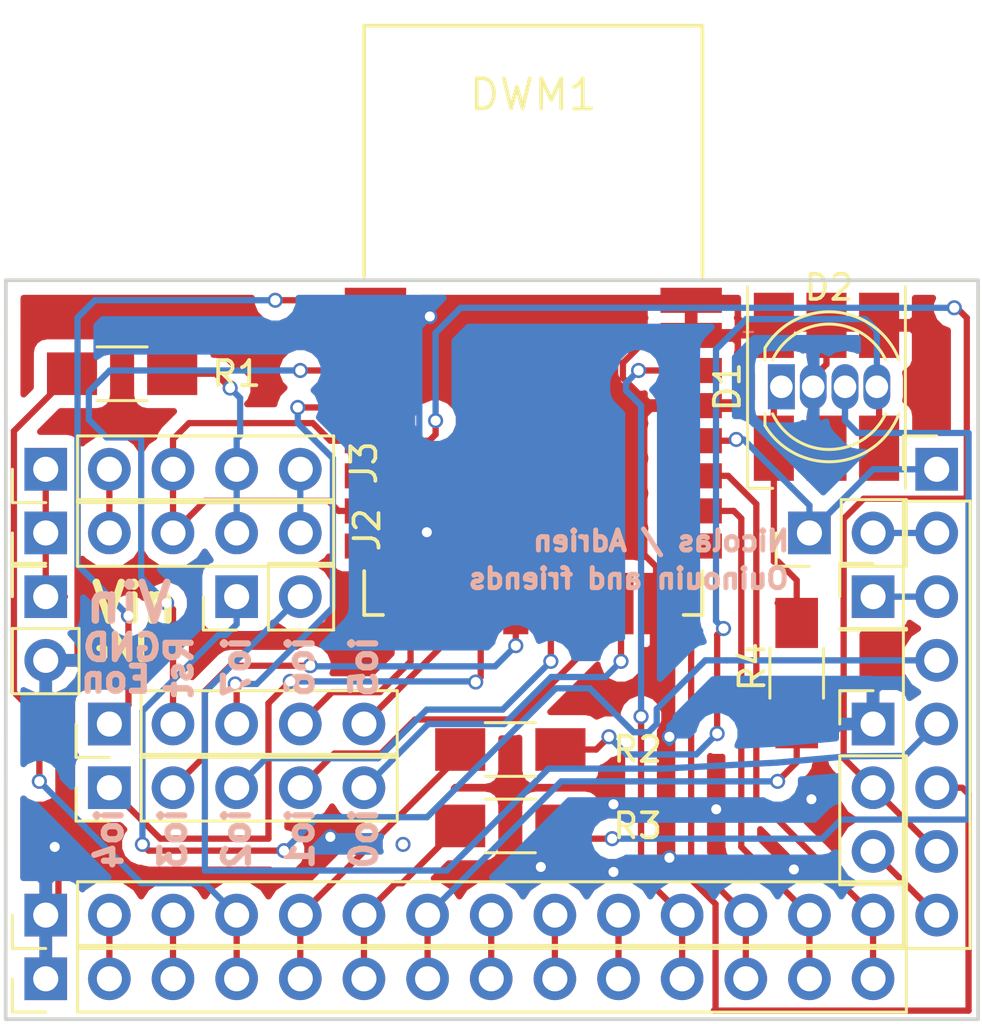
<source format=kicad_pcb>
(kicad_pcb (version 20171130) (host pcbnew no-vcs-found-959767c~61~ubuntu17.10.1)

  (general
    (thickness 1.6)
    (drawings 20)
    (tracks 350)
    (zones 0)
    (modules 19)
    (nets 39)
  )

  (page A4)
  (layers
    (0 F.Cu signal)
    (31 B.Cu signal)
    (32 B.Adhes user)
    (33 F.Adhes user)
    (34 B.Paste user)
    (35 F.Paste user)
    (36 B.SilkS user)
    (37 F.SilkS user)
    (38 B.Mask user)
    (39 F.Mask user)
    (40 Dwgs.User user)
    (41 Cmts.User user)
    (42 Eco1.User user)
    (43 Eco2.User user)
    (44 Edge.Cuts user)
    (45 Margin user)
    (46 B.CrtYd user hide)
    (47 F.CrtYd user hide)
    (48 B.Fab user hide)
    (49 F.Fab user hide)
  )

  (setup
    (last_trace_width 0.25)
    (trace_clearance 0.2)
    (zone_clearance 0.508)
    (zone_45_only no)
    (trace_min 0.2)
    (segment_width 0.2)
    (edge_width 0.15)
    (via_size 0.6)
    (via_drill 0.4)
    (via_min_size 0.4)
    (via_min_drill 0.3)
    (uvia_size 0.3)
    (uvia_drill 0.1)
    (uvias_allowed no)
    (uvia_min_size 0.2)
    (uvia_min_drill 0.1)
    (pcb_text_width 0.3)
    (pcb_text_size 1.5 1.5)
    (mod_edge_width 0.15)
    (mod_text_size 1 1)
    (mod_text_width 0.15)
    (pad_size 2 1.7)
    (pad_drill 0)
    (pad_to_mask_clearance 0.2)
    (aux_axis_origin 151.13 102.87)
    (grid_origin 149.86 104.14)
    (visible_elements FFFFFF7F)
    (pcbplotparams
      (layerselection 0x00030_80000001)
      (usegerberextensions false)
      (usegerberattributes false)
      (usegerberadvancedattributes false)
      (creategerberjobfile false)
      (excludeedgelayer true)
      (linewidth 0.100000)
      (plotframeref false)
      (viasonmask false)
      (mode 1)
      (useauxorigin false)
      (hpglpennumber 1)
      (hpglpenspeed 20)
      (hpglpendiameter 15)
      (psnegative false)
      (psa4output false)
      (plotreference true)
      (plotvalue true)
      (plotinvisibletext false)
      (padsonsilk false)
      (subtractmaskfromsilk false)
      (outputformat 1)
      (mirror false)
      (drillshape 1)
      (scaleselection 1)
      (outputdirectory ""))
  )

  (net 0 "")
  (net 1 VCC)
  (net 2 "Net-(D1-Pad2)")
  (net 3 "Net-(D1-Pad3)")
  (net 4 GND)
  (net 5 "Net-(J10-Pad4)")
  (net 6 "Net-(J10-Pad5)")
  (net 7 "Net-(J10-Pad2)")
  (net 8 "Net-(J10-Pad3)")
  (net 9 "Net-(J10-Pad8)")
  (net 10 /B1)
  (net 11 /B2)
  (net 12 /B4)
  (net 13 /B5)
  (net 14 /A2)
  (net 15 /A3)
  (net 16 /A4)
  (net 17 /A5)
  (net 18 /A6)
  (net 19 /A7)
  (net 20 /A8)
  (net 21 /A9)
  (net 22 /A10)
  (net 23 IRQ)
  (net 24 SPICLK)
  (net 25 SPIMISO)
  (net 26 SPIMOSI)
  (net 27 SPICS)
  (net 28 GPIO0)
  (net 29 GPIO1)
  (net 30 GPIO2)
  (net 31 GPIO3)
  (net 32 GPIO4)
  (net 33 GPIO5)
  (net 34 GPIO6)
  (net 35 GPIO7)
  (net 36 RSTn)
  (net 37 EXTON)
  (net 38 "Net-(D1-Pad1)")

  (net_class Default "This is the default net class."
    (clearance 0.2)
    (trace_width 0.25)
    (via_dia 0.6)
    (via_drill 0.4)
    (uvia_dia 0.3)
    (uvia_drill 0.1)
    (add_net /A10)
    (add_net /A2)
    (add_net /A3)
    (add_net /A4)
    (add_net /A5)
    (add_net /A6)
    (add_net /A7)
    (add_net /A8)
    (add_net /A9)
    (add_net /B1)
    (add_net /B2)
    (add_net /B4)
    (add_net /B5)
    (add_net EXTON)
    (add_net GND)
    (add_net GPIO0)
    (add_net GPIO1)
    (add_net GPIO2)
    (add_net GPIO3)
    (add_net GPIO4)
    (add_net GPIO5)
    (add_net GPIO6)
    (add_net GPIO7)
    (add_net IRQ)
    (add_net "Net-(D1-Pad1)")
    (add_net "Net-(D1-Pad2)")
    (add_net "Net-(D1-Pad3)")
    (add_net "Net-(J10-Pad2)")
    (add_net "Net-(J10-Pad3)")
    (add_net "Net-(J10-Pad4)")
    (add_net "Net-(J10-Pad5)")
    (add_net "Net-(J10-Pad8)")
    (add_net RSTn)
    (add_net SPICLK)
    (add_net SPICS)
    (add_net SPIMISO)
    (add_net SPIMOSI)
    (add_net VCC)
  )

  (module LED_SMD:LED_RGB_Cree-PLCC-6_6x5mm_P2.1mm (layer F.Cu) (tedit 5A61E199) (tstamp 5A6C91B1)
    (at 183.56 77.99 90)
    (descr http://www.farnell.com/datasheets/2003905.pdf)
    (tags "LED RGB PLCC-6 CLP6C-FBK")
    (path /5A66E8EF)
    (attr smd)
    (fp_text reference D1 (at 0 -3.95 90) (layer F.SilkS)
      (effects (font (size 1 1) (thickness 0.15)))
    )
    (fp_text value LED_RGB (at 0 4 90) (layer F.Fab)
      (effects (font (size 1 1) (thickness 0.15)))
    )
    (fp_text user %R (at 0.1 0.2 90) (layer F.Fab)
      (effects (font (size 1 1) (thickness 0.15)))
    )
    (fp_circle (center 0 0) (end 0 -2) (layer F.Fab) (width 0.1))
    (fp_line (start -4.05 -3.15) (end 4 -3.15) (layer F.SilkS) (width 0.12))
    (fp_line (start -4.05 -2.15) (end -4.05 -3.15) (layer F.SilkS) (width 0.12))
    (fp_line (start -4.05 3.15) (end 4 3.15) (layer F.SilkS) (width 0.12))
    (fp_line (start -2.5 3) (end -2.5 -1.9) (layer F.Fab) (width 0.1))
    (fp_line (start 2.5 3) (end -2.5 3) (layer F.Fab) (width 0.1))
    (fp_line (start 2.5 -3) (end 2.5 3) (layer F.Fab) (width 0.1))
    (fp_line (start -1.5 -3) (end 2.5 -3) (layer F.Fab) (width 0.1))
    (fp_line (start -2.5 -1.9) (end -1.5 -3) (layer F.Fab) (width 0.1))
    (fp_line (start -4 -3.25) (end -4 3.25) (layer F.CrtYd) (width 0.05))
    (fp_line (start -4 3.25) (end 4 3.25) (layer F.CrtYd) (width 0.05))
    (fp_line (start 4 3.25) (end 4 -3.25) (layer F.CrtYd) (width 0.05))
    (fp_line (start 4 -3.25) (end -4 -3.25) (layer F.CrtYd) (width 0.05))
    (pad 1 smd rect (at -2.45 -2.1 90) (size 2.6 1.6) (layers F.Cu F.Paste F.Mask)
      (net 38 "Net-(D1-Pad1)"))
    (pad 2 smd rect (at -2.45 0 90) (size 2.6 1.6) (layers F.Cu F.Paste F.Mask)
      (net 2 "Net-(D1-Pad2)"))
    (pad 3 smd rect (at -2.45 2.1 90) (size 2.6 1.6) (layers F.Cu F.Paste F.Mask)
      (net 3 "Net-(D1-Pad3)"))
    (pad 6 smd rect (at 2.45 -2.1 90) (size 2.6 1.6) (layers F.Cu F.Paste F.Mask)
      (net 4 GND))
    (pad 5 smd rect (at 2.45 0 90) (size 2.6 1.6) (layers F.Cu F.Paste F.Mask)
      (net 4 GND))
    (pad 4 smd rect (at 2.45 2.1 90) (size 2.6 1.6) (layers F.Cu F.Paste F.Mask)
      (net 4 GND))
    (model ${KISYS3DMOD}/LED_SMD.3dshapes/LED_RGB_Cree-PLCC-6_6x5mm_P2.1mm.wrl
      (at (xyz 0 0 0))
      (scale (xyz 1 1 1))
      (rotate (xyz 0 0 0))
    )
  )

  (module RF_Module:DWM1000 (layer F.Cu) (tedit 5A1B1ECB) (tstamp 5A6C9315)
    (at 171.86 75.34)
    (descr "IEEE802.15.4-2011 UWB")
    (tags "UWB Module")
    (path /5A0F0092)
    (attr smd)
    (fp_text reference DWM1 (at 0 -9) (layer F.SilkS)
      (effects (font (size 1.2 1.2) (thickness 0.15)))
    )
    (fp_text value DWM1000 (at 0 -4) (layer F.Fab) hide
      (effects (font (size 1.2 1.2) (thickness 0.15)))
    )
    (fp_line (start -6.75 -11.75) (end -6.75 -1.75) (layer F.SilkS) (width 0.15))
    (fp_line (start 6.75 -11.75) (end 6.75 -1.75) (layer F.SilkS) (width 0.15))
    (fp_line (start -6.75 -11.75) (end 6.75 -11.75) (layer F.SilkS) (width 0.15))
    (fp_line (start 5.715 10.865) (end -5.08 10.865) (layer F.Fab) (width 0.15))
    (fp_line (start 5.715 -0.565) (end 5.715 10.865) (layer F.Fab) (width 0.15))
    (fp_line (start 5.08 -1.2) (end 5.715 -0.565) (layer F.Fab) (width 0.15))
    (fp_line (start 4.445 -1.2) (end 5.08 -1.2) (layer F.Fab) (width 0.15))
    (fp_line (start -5.715 -1.2) (end 4.445 -1.2) (layer F.Fab) (width 0.15))
    (fp_line (start -5.715 10.23) (end -5.715 -1.2) (layer F.Fab) (width 0.15))
    (fp_line (start -5.08 10.865) (end -5.715 10.23) (layer F.Fab) (width 0.15))
    (fp_line (start 1.905 -2.47) (end -3.81 -2.47) (layer F.Fab) (width 0.15))
    (fp_line (start 1.905 -10.725) (end 1.905 -2.47) (layer F.Fab) (width 0.15))
    (fp_line (start -3.81 -10.725) (end 1.905 -10.725) (layer F.Fab) (width 0.15))
    (fp_line (start -3.81 -2.47) (end -3.81 -10.725) (layer F.Fab) (width 0.15))
    (fp_line (start -7.85 -11.85) (end -7.85 12.85) (layer F.CrtYd) (width 0.05))
    (fp_line (start 7.85 -11.85) (end -7.85 -11.85) (layer F.CrtYd) (width 0.05))
    (fp_line (start 7.85 12.85) (end 7.85 -11.85) (layer F.CrtYd) (width 0.05))
    (fp_line (start -7.85 12.85) (end 7.85 12.85) (layer F.CrtYd) (width 0.05))
    (fp_line (start -6.5 11.5) (end 6.5 11.5) (layer F.Fab) (width 0.15))
    (fp_line (start -6.5 -11.5) (end -6.5 11.5) (layer F.Fab) (width 0.15))
    (fp_line (start 6.5 -11.5) (end -6.5 -11.5) (layer F.Fab) (width 0.15))
    (fp_line (start 6.5 11.5) (end 6.5 -11.5) (layer F.Fab) (width 0.15))
    (fp_line (start 6.75 11.75) (end 6.75 10) (layer F.SilkS) (width 0.15))
    (fp_line (start 6 11.75) (end 6.75 11.75) (layer F.SilkS) (width 0.15))
    (fp_line (start -6.75 11.75) (end -6.75 10) (layer F.SilkS) (width 0.15))
    (fp_line (start -6 11.75) (end -6.75 11.75) (layer F.SilkS) (width 0.15))
    (fp_text user %R (at 0 0) (layer F.Fab)
      (effects (font (size 1 1) (thickness 0.15)))
    )
    (fp_line (start -8.89 -1.27) (end -8.89 -12.7) (layer Dwgs.User) (width 0.15))
    (fp_line (start 8.89 -1.27) (end -8.89 -1.27) (layer Dwgs.User) (width 0.15))
    (fp_line (start 8.89 -12.7) (end 8.89 -1.27) (layer Dwgs.User) (width 0.15))
    (fp_line (start -8.89 -12.7) (end 8.89 -12.7) (layer Dwgs.User) (width 0.15))
    (fp_line (start -8.89 -5.08) (end -5.08 -1.27) (layer Dwgs.User) (width 0.15))
    (fp_line (start -8.89 -8.89) (end -1.27 -1.27) (layer Dwgs.User) (width 0.15))
    (fp_line (start 2.54 -1.27) (end -8.89 -12.7) (layer Dwgs.User) (width 0.15))
    (fp_line (start 6.35 -1.27) (end -5.08 -12.7) (layer Dwgs.User) (width 0.15))
    (fp_line (start -1.27 -12.7) (end 8.89 -2.54) (layer Dwgs.User) (width 0.15))
    (fp_line (start 2.54 -12.7) (end 8.89 -6.35) (layer Dwgs.User) (width 0.15))
    (fp_line (start 6.35 -12.7) (end 8.89 -10.16) (layer Dwgs.User) (width 0.15))
    (fp_text user "KEEP-OUT ZONE" (at 0 -8.89) (layer Cmts.User)
      (effects (font (size 1 1) (thickness 0.15)))
    )
    (fp_text user "no components, traces, or copper on any layer" (at 0 -6.35) (layer Cmts.User)
      (effects (font (size 0.5 0.5) (thickness 0.03175)))
    )
    (pad 24 smd rect (at 6.3 -0.7988 90) (size 1 2.45) (layers F.Cu F.Paste F.Mask)
      (net 4 GND))
    (pad 23 smd rect (at 6.3 0.6012 90) (size 1 2.45) (layers F.Cu F.Paste F.Mask)
      (net 4 GND))
    (pad 22 smd rect (at 6.3 2.0012 90) (size 1 2.45) (layers F.Cu F.Paste F.Mask)
      (net 23 IRQ))
    (pad 21 smd rect (at 6.3 3.4012 90) (size 1 2.45) (layers F.Cu F.Paste F.Mask)
      (net 4 GND))
    (pad 20 smd rect (at 6.3 4.8012 90) (size 1 2.45) (layers F.Cu F.Paste F.Mask)
      (net 24 SPICLK))
    (pad 19 smd rect (at 6.3 6.2012 90) (size 1 2.45) (layers F.Cu F.Paste F.Mask)
      (net 25 SPIMISO))
    (pad 18 smd rect (at 6.3 7.6 90) (size 1 2.45) (layers F.Cu F.Paste F.Mask)
      (net 26 SPIMOSI))
    (pad 17 smd rect (at 6.3 9 90) (size 1 2.45) (layers F.Cu F.Paste F.Mask)
      (net 27 SPICS))
    (pad 16 smd rect (at 4.9 11.2962) (size 1 2.45) (layers F.Cu F.Paste F.Mask)
      (net 4 GND))
    (pad 15 smd rect (at 3.5 11.2962) (size 1 2.45) (layers F.Cu F.Paste F.Mask)
      (net 28 GPIO0))
    (pad 14 smd rect (at 2.1 11.2962) (size 1 2.45) (layers F.Cu F.Paste F.Mask)
      (net 29 GPIO1))
    (pad 13 smd rect (at 0.7 11.2962) (size 1 2.45) (layers F.Cu F.Paste F.Mask)
      (net 30 GPIO2))
    (pad 12 smd rect (at -0.7 11.2962) (size 1 2.45) (layers F.Cu F.Paste F.Mask)
      (net 31 GPIO3))
    (pad 11 smd rect (at -2.1 11.2962) (size 1 2.45) (layers F.Cu F.Paste F.Mask)
      (net 32 GPIO4))
    (pad 10 smd rect (at -3.5 11.2962) (size 1 2.45) (layers F.Cu F.Paste F.Mask)
      (net 33 GPIO5))
    (pad 9 smd rect (at -4.9 11.2962) (size 1 2.45) (layers F.Cu F.Paste F.Mask)
      (net 34 GPIO6))
    (pad 8 smd rect (at -6.3 9.0012 90) (size 1 2.45) (layers F.Cu F.Paste F.Mask)
      (net 4 GND))
    (pad 7 smd rect (at -6.3 7.6012 90) (size 1 2.45) (layers F.Cu F.Paste F.Mask)
      (net 1 VCC))
    (pad 6 smd rect (at -6.3 6.2012 90) (size 1 2.45) (layers F.Cu F.Paste F.Mask)
      (net 1 VCC))
    (pad 5 smd rect (at -6.3 4.8012 90) (size 1 2.45) (layers F.Cu F.Paste F.Mask)
      (net 1 VCC))
    (pad 4 smd rect (at -6.3 3.4012 90) (size 1 2.45) (layers F.Cu F.Paste F.Mask)
      (net 35 GPIO7))
    (pad 3 smd rect (at -6.3 2.0012 90) (size 1 2.45) (layers F.Cu F.Paste F.Mask)
      (net 36 RSTn))
    (pad 2 smd rect (at -6.3 0.6012 90) (size 1 2.45) (layers F.Cu F.Paste F.Mask)
      (net 4 GND))
    (pad 1 smd rect (at -6.3 -0.7988 90) (size 1 2.45) (layers F.Cu F.Paste F.Mask)
      (net 37 EXTON))
    (model ${KISYS3DMOD}/RF_Modules.3dshapes/DWM1000.wrl
      (at (xyz 0 0 0))
      (scale (xyz 1 1 1))
      (rotate (xyz 0 0 0))
    )
  )

  (module Pin_Headers:Pin_Header_Straight_1x02_Pitch2.54mm placed (layer F.Cu) (tedit 59B3FA84) (tstamp 59A03FA7)
    (at 152.4 86.36)
    (descr "Through hole straight pin header, 1x02, 2.54mm pitch, single row")
    (tags "Through hole pin header THT 1x02 2.54mm single row")
    (path /59A0516D)
    (fp_text reference J1 (at -2.54 0.381) (layer F.SilkS) hide
      (effects (font (size 1 1) (thickness 0.15)))
    )
    (fp_text value CONN_01X02 (at 0 4.87) (layer F.Fab) hide
      (effects (font (size 1 1) (thickness 0.15)))
    )
    (fp_line (start -0.635 -1.27) (end 1.27 -1.27) (layer F.Fab) (width 0.1))
    (fp_line (start 1.27 -1.27) (end 1.27 3.81) (layer F.Fab) (width 0.1))
    (fp_line (start 1.27 3.81) (end -1.27 3.81) (layer F.Fab) (width 0.1))
    (fp_line (start -1.27 3.81) (end -1.27 -0.635) (layer F.Fab) (width 0.1))
    (fp_line (start -1.27 -0.635) (end -0.635 -1.27) (layer F.Fab) (width 0.1))
    (fp_line (start -1.33 3.87) (end 1.33 3.87) (layer F.SilkS) (width 0.12))
    (fp_line (start -1.33 1.27) (end -1.33 3.87) (layer F.SilkS) (width 0.12))
    (fp_line (start 1.33 1.27) (end 1.33 3.87) (layer F.SilkS) (width 0.12))
    (fp_line (start -1.33 1.27) (end 1.33 1.27) (layer F.SilkS) (width 0.12))
    (fp_line (start -1.33 0) (end -1.33 -1.33) (layer F.SilkS) (width 0.12))
    (fp_line (start -1.33 -1.33) (end 0 -1.33) (layer F.SilkS) (width 0.12))
    (fp_line (start -1.8 -1.8) (end -1.8 4.35) (layer F.CrtYd) (width 0.05))
    (fp_line (start -1.8 4.35) (end 1.8 4.35) (layer F.CrtYd) (width 0.05))
    (fp_line (start 1.8 4.35) (end 1.8 -1.8) (layer F.CrtYd) (width 0.05))
    (fp_line (start 1.8 -1.8) (end -1.8 -1.8) (layer F.CrtYd) (width 0.05))
    (fp_text user " " (at 0 1.27 90) (layer F.Fab)
      (effects (font (size 1 1) (thickness 0.15)))
    )
    (pad 1 thru_hole rect (at 0 0) (size 1.7 1.7) (drill 1) (layers *.Cu *.Mask)
      (net 10 /B1))
    (pad 2 thru_hole oval (at 0 2.54) (size 1.7 1.7) (drill 1) (layers *.Cu *.Mask)
      (net 4 GND))
    (model ${KISYS3DMOD}/Pin_Headers.3dshapes/Pin_Header_Straight_1x02_Pitch2.54mm.wrl
      (at (xyz 0 0 0))
      (scale (xyz 1 1 1))
      (rotate (xyz 0 0 0))
    )
  )

  (module Pin_Headers:Pin_Header_Straight_1x05_Pitch2.54mm placed (layer F.Cu) (tedit 59B416B2) (tstamp 59A03FB0)
    (at 152.4 83.82 90)
    (descr "Through hole straight pin header, 1x05, 2.54mm pitch, single row")
    (tags "Through hole pin header THT 1x05 2.54mm single row")
    (path /599FFFBB)
    (fp_text reference J2 (at 0.127 12.827 90) (layer F.SilkS)
      (effects (font (size 1 1) (thickness 0.15)))
    )
    (fp_text value CONN_01X05 (at 0 12.49 90) (layer F.Fab) hide
      (effects (font (size 1 1) (thickness 0.15)))
    )
    (fp_line (start -0.635 -1.27) (end 1.27 -1.27) (layer F.Fab) (width 0.1))
    (fp_line (start 1.27 -1.27) (end 1.27 11.43) (layer F.Fab) (width 0.1))
    (fp_line (start 1.27 11.43) (end -1.27 11.43) (layer F.Fab) (width 0.1))
    (fp_line (start -1.27 11.43) (end -1.27 -0.635) (layer F.Fab) (width 0.1))
    (fp_line (start -1.27 -0.635) (end -0.635 -1.27) (layer F.Fab) (width 0.1))
    (fp_line (start -1.33 11.49) (end 1.33 11.49) (layer F.SilkS) (width 0.12))
    (fp_line (start -1.33 1.27) (end -1.33 11.49) (layer F.SilkS) (width 0.12))
    (fp_line (start 1.33 1.27) (end 1.33 11.49) (layer F.SilkS) (width 0.12))
    (fp_line (start -1.33 1.27) (end 1.33 1.27) (layer F.SilkS) (width 0.12))
    (fp_line (start -1.33 0) (end -1.33 -1.33) (layer F.SilkS) (width 0.12))
    (fp_line (start -1.33 -1.33) (end 0 -1.33) (layer F.SilkS) (width 0.12))
    (fp_line (start -1.8 -1.8) (end -1.8 11.95) (layer F.CrtYd) (width 0.05))
    (fp_line (start -1.8 11.95) (end 1.8 11.95) (layer F.CrtYd) (width 0.05))
    (fp_line (start 1.8 11.95) (end 1.8 -1.8) (layer F.CrtYd) (width 0.05))
    (fp_line (start 1.8 -1.8) (end -1.8 -1.8) (layer F.CrtYd) (width 0.05))
    (fp_text user " " (at 0 5.08 180) (layer F.Fab)
      (effects (font (size 1 1) (thickness 0.15)))
    )
    (pad 1 thru_hole rect (at 0 0 90) (size 1.7 1.7) (drill 1) (layers *.Cu *.Mask)
      (net 10 /B1))
    (pad 2 thru_hole oval (at 0 2.54 90) (size 1.7 1.7) (drill 1) (layers *.Cu *.Mask)
      (net 11 /B2))
    (pad 3 thru_hole oval (at 0 5.08 90) (size 1.7 1.7) (drill 1) (layers *.Cu *.Mask)
      (net 1 VCC))
    (pad 4 thru_hole oval (at 0 7.62 90) (size 1.7 1.7) (drill 1) (layers *.Cu *.Mask)
      (net 12 /B4))
    (pad 5 thru_hole oval (at 0 10.16 90) (size 1.7 1.7) (drill 1) (layers *.Cu *.Mask)
      (net 13 /B5))
    (model ${KISYS3DMOD}/Pin_Headers.3dshapes/Pin_Header_Straight_1x05_Pitch2.54mm.wrl
      (at (xyz 0 0 0))
      (scale (xyz 1 1 1))
      (rotate (xyz 0 0 0))
    )
  )

  (module Pin_Headers:Pin_Header_Straight_1x05_Pitch2.54mm placed (layer F.Cu) (tedit 59B416B6) (tstamp 59A03FB9)
    (at 152.4 81.28 90)
    (descr "Through hole straight pin header, 1x05, 2.54mm pitch, single row")
    (tags "Through hole pin header THT 1x05 2.54mm single row")
    (path /599FFDAD)
    (fp_text reference J3 (at 0.254 12.7 90) (layer F.SilkS)
      (effects (font (size 1 1) (thickness 0.15)))
    )
    (fp_text value CONN_01X05 (at 0 12.49 90) (layer F.Fab) hide
      (effects (font (size 1 1) (thickness 0.15)))
    )
    (fp_line (start -0.635 -1.27) (end 1.27 -1.27) (layer F.Fab) (width 0.1))
    (fp_line (start 1.27 -1.27) (end 1.27 11.43) (layer F.Fab) (width 0.1))
    (fp_line (start 1.27 11.43) (end -1.27 11.43) (layer F.Fab) (width 0.1))
    (fp_line (start -1.27 11.43) (end -1.27 -0.635) (layer F.Fab) (width 0.1))
    (fp_line (start -1.27 -0.635) (end -0.635 -1.27) (layer F.Fab) (width 0.1))
    (fp_line (start -1.33 11.49) (end 1.33 11.49) (layer F.SilkS) (width 0.12))
    (fp_line (start -1.33 1.27) (end -1.33 11.49) (layer F.SilkS) (width 0.12))
    (fp_line (start 1.33 1.27) (end 1.33 11.49) (layer F.SilkS) (width 0.12))
    (fp_line (start -1.33 1.27) (end 1.33 1.27) (layer F.SilkS) (width 0.12))
    (fp_line (start -1.33 0) (end -1.33 -1.33) (layer F.SilkS) (width 0.12))
    (fp_line (start -1.33 -1.33) (end 0 -1.33) (layer F.SilkS) (width 0.12))
    (fp_line (start -1.8 -1.8) (end -1.8 11.95) (layer F.CrtYd) (width 0.05))
    (fp_line (start -1.8 11.95) (end 1.8 11.95) (layer F.CrtYd) (width 0.05))
    (fp_line (start 1.8 11.95) (end 1.8 -1.8) (layer F.CrtYd) (width 0.05))
    (fp_line (start 1.8 -1.8) (end -1.8 -1.8) (layer F.CrtYd) (width 0.05))
    (fp_text user " " (at 0 5.08 180) (layer F.Fab)
      (effects (font (size 1 1) (thickness 0.15)))
    )
    (pad 1 thru_hole rect (at 0 0 90) (size 1.7 1.7) (drill 1) (layers *.Cu *.Mask)
      (net 10 /B1))
    (pad 2 thru_hole oval (at 0 2.54 90) (size 1.7 1.7) (drill 1) (layers *.Cu *.Mask)
      (net 11 /B2))
    (pad 3 thru_hole oval (at 0 5.08 90) (size 1.7 1.7) (drill 1) (layers *.Cu *.Mask)
      (net 1 VCC))
    (pad 4 thru_hole oval (at 0 7.62 90) (size 1.7 1.7) (drill 1) (layers *.Cu *.Mask)
      (net 12 /B4))
    (pad 5 thru_hole oval (at 0 10.16 90) (size 1.7 1.7) (drill 1) (layers *.Cu *.Mask)
      (net 13 /B5))
    (model ${KISYS3DMOD}/Pin_Headers.3dshapes/Pin_Header_Straight_1x05_Pitch2.54mm.wrl
      (at (xyz 0 0 0))
      (scale (xyz 1 1 1))
      (rotate (xyz 0 0 0))
    )
  )

  (module Pin_Headers:Pin_Header_Straight_1x14_Pitch2.54mm placed (layer F.Cu) (tedit 59B421AD) (tstamp 59A03FCB)
    (at 152.4 99.06 90)
    (descr "Through hole straight pin header, 1x14, 2.54mm pitch, single row")
    (tags "Through hole pin header THT 1x14 2.54mm single row")
    (path /599FFE0C)
    (fp_text reference J4 (at 0 -2.33 90) (layer F.SilkS) hide
      (effects (font (size 1 1) (thickness 0.15)))
    )
    (fp_text value CONN_01X14 (at 0 35.35 90) (layer F.Fab) hide
      (effects (font (size 1 1) (thickness 0.15)))
    )
    (fp_line (start -0.635 -1.27) (end 1.27 -1.27) (layer F.Fab) (width 0.1))
    (fp_line (start 1.27 -1.27) (end 1.27 34.29) (layer F.Fab) (width 0.1))
    (fp_line (start 1.27 34.29) (end -1.27 34.29) (layer F.Fab) (width 0.1))
    (fp_line (start -1.27 34.29) (end -1.27 -0.635) (layer F.Fab) (width 0.1))
    (fp_line (start -1.27 -0.635) (end -0.635 -1.27) (layer F.Fab) (width 0.1))
    (fp_line (start -1.33 34.35) (end 1.33 34.35) (layer F.SilkS) (width 0.12))
    (fp_line (start -1.33 1.27) (end -1.33 34.35) (layer F.SilkS) (width 0.12))
    (fp_line (start 1.33 1.27) (end 1.33 34.35) (layer F.SilkS) (width 0.12))
    (fp_line (start -1.33 1.27) (end 1.33 1.27) (layer F.SilkS) (width 0.12))
    (fp_line (start -1.33 0) (end -1.33 -1.33) (layer F.SilkS) (width 0.12))
    (fp_line (start -1.33 -1.33) (end 0 -1.33) (layer F.SilkS) (width 0.12))
    (fp_line (start -1.8 -1.8) (end -1.8 34.8) (layer F.CrtYd) (width 0.05))
    (fp_line (start -1.8 34.8) (end 1.8 34.8) (layer F.CrtYd) (width 0.05))
    (fp_line (start 1.8 34.8) (end 1.8 -1.8) (layer F.CrtYd) (width 0.05))
    (fp_line (start 1.8 -1.8) (end -1.8 -1.8) (layer F.CrtYd) (width 0.05))
    (fp_text user %R (at 0 16.51 180) (layer F.Fab)
      (effects (font (size 1 1) (thickness 0.15)))
    )
    (pad 1 thru_hole rect (at 0 0 90) (size 1.7 1.7) (drill 1) (layers *.Cu *.Mask)
      (net 4 GND))
    (pad 2 thru_hole oval (at 0 2.54 90) (size 1.7 1.7) (drill 1) (layers *.Cu *.Mask)
      (net 14 /A2))
    (pad 3 thru_hole oval (at 0 5.08 90) (size 1.7 1.7) (drill 1) (layers *.Cu *.Mask)
      (net 15 /A3))
    (pad 4 thru_hole oval (at 0 7.62 90) (size 1.7 1.7) (drill 1) (layers *.Cu *.Mask)
      (net 16 /A4))
    (pad 5 thru_hole oval (at 0 10.16 90) (size 1.7 1.7) (drill 1) (layers *.Cu *.Mask)
      (net 17 /A5))
    (pad 6 thru_hole oval (at 0 12.7 90) (size 1.7 1.7) (drill 1) (layers *.Cu *.Mask)
      (net 18 /A6))
    (pad 7 thru_hole oval (at 0 15.24 90) (size 1.7 1.7) (drill 1) (layers *.Cu *.Mask)
      (net 19 /A7))
    (pad 8 thru_hole oval (at 0 17.78 90) (size 1.7 1.7) (drill 1) (layers *.Cu *.Mask)
      (net 20 /A8))
    (pad 9 thru_hole oval (at 0 20.32 90) (size 1.7 1.7) (drill 1) (layers *.Cu *.Mask)
      (net 21 /A9))
    (pad 10 thru_hole oval (at 0 22.86 90) (size 1.7 1.7) (drill 1) (layers *.Cu *.Mask)
      (net 22 /A10))
    (pad 11 thru_hole oval (at 0 25.4 90) (size 1.7 1.7) (drill 1) (layers *.Cu *.Mask)
      (net 23 IRQ))
    (pad 12 thru_hole oval (at 0 27.94 90) (size 1.7 1.7) (drill 1) (layers *.Cu *.Mask)
      (net 27 SPICS))
    (pad 13 thru_hole oval (at 0 30.48 90) (size 1.7 1.7) (drill 1) (layers *.Cu *.Mask)
      (net 26 SPIMOSI))
    (pad 14 thru_hole oval (at 0 33.02 90) (size 1.7 1.7) (drill 1) (layers *.Cu *.Mask)
      (net 25 SPIMISO))
    (model ${KISYS3DMOD}/Pin_Headers.3dshapes/Pin_Header_Straight_1x14_Pitch2.54mm.wrl
      (at (xyz 0 0 0))
      (scale (xyz 1 1 1))
      (rotate (xyz 0 0 0))
    )
  )

  (module Pin_Headers:Pin_Header_Straight_1x14_Pitch2.54mm placed (layer F.Cu) (tedit 59B42283) (tstamp 59A03FDD)
    (at 152.4 101.6 90)
    (descr "Through hole straight pin header, 1x14, 2.54mm pitch, single row")
    (tags "Through hole pin header THT 1x14 2.54mm single row")
    (path /599FFEC9)
    (fp_text reference J5 (at 0 -2.33 90) (layer F.SilkS) hide
      (effects (font (size 1 1) (thickness 0.15)))
    )
    (fp_text value CONN_01X14 (at 0 35.35 90) (layer F.Fab) hide
      (effects (font (size 1 1) (thickness 0.15)))
    )
    (fp_line (start -0.635 -1.27) (end 1.27 -1.27) (layer F.Fab) (width 0.1))
    (fp_line (start 1.27 -1.27) (end 1.27 34.29) (layer F.Fab) (width 0.1))
    (fp_line (start 1.27 34.29) (end -1.27 34.29) (layer F.Fab) (width 0.1))
    (fp_line (start -1.27 34.29) (end -1.27 -0.635) (layer F.Fab) (width 0.1))
    (fp_line (start -1.27 -0.635) (end -0.635 -1.27) (layer F.Fab) (width 0.1))
    (fp_line (start -1.33 34.35) (end 1.33 34.35) (layer F.SilkS) (width 0.12))
    (fp_line (start -1.33 1.27) (end -1.33 34.35) (layer F.SilkS) (width 0.12))
    (fp_line (start 1.33 1.27) (end 1.33 34.35) (layer F.SilkS) (width 0.12))
    (fp_line (start -1.33 1.27) (end 1.33 1.27) (layer F.SilkS) (width 0.12))
    (fp_line (start -1.33 0) (end -1.33 -1.33) (layer F.SilkS) (width 0.12))
    (fp_line (start -1.33 -1.33) (end 0 -1.33) (layer F.SilkS) (width 0.12))
    (fp_line (start -1.8 -1.8) (end -1.8 34.8) (layer F.CrtYd) (width 0.05))
    (fp_line (start -1.8 34.8) (end 1.8 34.8) (layer F.CrtYd) (width 0.05))
    (fp_line (start 1.8 34.8) (end 1.8 -1.8) (layer F.CrtYd) (width 0.05))
    (fp_line (start 1.8 -1.8) (end -1.8 -1.8) (layer F.CrtYd) (width 0.05))
    (fp_text user %R (at 0 16.51 180) (layer F.Fab)
      (effects (font (size 1 1) (thickness 0.15)))
    )
    (pad 1 thru_hole rect (at 0 0 90) (size 1.7 1.7) (drill 1) (layers *.Cu *.Mask)
      (net 4 GND))
    (pad 2 thru_hole oval (at 0 2.54 90) (size 1.7 1.7) (drill 1) (layers *.Cu *.Mask)
      (net 14 /A2))
    (pad 3 thru_hole oval (at 0 5.08 90) (size 1.7 1.7) (drill 1) (layers *.Cu *.Mask)
      (net 15 /A3))
    (pad 4 thru_hole oval (at 0 7.62 90) (size 1.7 1.7) (drill 1) (layers *.Cu *.Mask)
      (net 16 /A4))
    (pad 5 thru_hole oval (at 0 10.16 90) (size 1.7 1.7) (drill 1) (layers *.Cu *.Mask)
      (net 17 /A5))
    (pad 6 thru_hole oval (at 0 12.7 90) (size 1.7 1.7) (drill 1) (layers *.Cu *.Mask)
      (net 18 /A6))
    (pad 7 thru_hole oval (at 0 15.24 90) (size 1.7 1.7) (drill 1) (layers *.Cu *.Mask)
      (net 19 /A7))
    (pad 8 thru_hole oval (at 0 17.78 90) (size 1.7 1.7) (drill 1) (layers *.Cu *.Mask)
      (net 20 /A8))
    (pad 9 thru_hole oval (at 0 20.32 90) (size 1.7 1.7) (drill 1) (layers *.Cu *.Mask)
      (net 21 /A9))
    (pad 10 thru_hole oval (at 0 22.86 90) (size 1.7 1.7) (drill 1) (layers *.Cu *.Mask)
      (net 22 /A10))
    (pad 11 thru_hole oval (at 0 25.4 90) (size 1.7 1.7) (drill 1) (layers *.Cu *.Mask)
      (net 23 IRQ))
    (pad 12 thru_hole oval (at 0 27.94 90) (size 1.7 1.7) (drill 1) (layers *.Cu *.Mask)
      (net 27 SPICS))
    (pad 13 thru_hole oval (at 0 30.48 90) (size 1.7 1.7) (drill 1) (layers *.Cu *.Mask)
      (net 26 SPIMOSI))
    (pad 14 thru_hole oval (at 0 33.02 90) (size 1.7 1.7) (drill 1) (layers *.Cu *.Mask)
      (net 25 SPIMISO))
    (model ${KISYS3DMOD}/Pin_Headers.3dshapes/Pin_Header_Straight_1x14_Pitch2.54mm.wrl
      (at (xyz 0 0 0))
      (scale (xyz 1 1 1))
      (rotate (xyz 0 0 0))
    )
  )

  (module Pin_Headers:Pin_Header_Straight_1x02_Pitch2.54mm placed (layer F.Cu) (tedit 59B416BC) (tstamp 59A03FE3)
    (at 160.02 86.36 90)
    (descr "Through hole straight pin header, 1x02, 2.54mm pitch, single row")
    (tags "Through hole pin header THT 1x02 2.54mm single row")
    (path /599FFF31)
    (fp_text reference J6 (at 0 -2.33 90) (layer F.SilkS) hide
      (effects (font (size 1 1) (thickness 0.15)))
    )
    (fp_text value CONN_01X02 (at 0 4.87 90) (layer F.Fab) hide
      (effects (font (size 1 1) (thickness 0.15)))
    )
    (fp_line (start -0.635 -1.27) (end 1.27 -1.27) (layer F.Fab) (width 0.1))
    (fp_line (start 1.27 -1.27) (end 1.27 3.81) (layer F.Fab) (width 0.1))
    (fp_line (start 1.27 3.81) (end -1.27 3.81) (layer F.Fab) (width 0.1))
    (fp_line (start -1.27 3.81) (end -1.27 -0.635) (layer F.Fab) (width 0.1))
    (fp_line (start -1.27 -0.635) (end -0.635 -1.27) (layer F.Fab) (width 0.1))
    (fp_line (start -1.33 3.87) (end 1.33 3.87) (layer F.SilkS) (width 0.12))
    (fp_line (start -1.33 1.27) (end -1.33 3.87) (layer F.SilkS) (width 0.12))
    (fp_line (start 1.33 1.27) (end 1.33 3.87) (layer F.SilkS) (width 0.12))
    (fp_line (start -1.33 1.27) (end 1.33 1.27) (layer F.SilkS) (width 0.12))
    (fp_line (start -1.33 0) (end -1.33 -1.33) (layer F.SilkS) (width 0.12))
    (fp_line (start -1.33 -1.33) (end 0 -1.33) (layer F.SilkS) (width 0.12))
    (fp_line (start -1.8 -1.8) (end -1.8 4.35) (layer F.CrtYd) (width 0.05))
    (fp_line (start -1.8 4.35) (end 1.8 4.35) (layer F.CrtYd) (width 0.05))
    (fp_line (start 1.8 4.35) (end 1.8 -1.8) (layer F.CrtYd) (width 0.05))
    (fp_line (start 1.8 -1.8) (end -1.8 -1.8) (layer F.CrtYd) (width 0.05))
    (fp_text user " " (at 0 1.27 180) (layer F.Fab)
      (effects (font (size 1 1) (thickness 0.15)))
    )
    (pad 1 thru_hole rect (at 0 0 90) (size 1.7 1.7) (drill 1) (layers *.Cu *.Mask)
      (net 5 "Net-(J10-Pad4)"))
    (pad 2 thru_hole oval (at 0 2.54 90) (size 1.7 1.7) (drill 1) (layers *.Cu *.Mask)
      (net 6 "Net-(J10-Pad5)"))
    (model ${KISYS3DMOD}/Pin_Headers.3dshapes/Pin_Header_Straight_1x02_Pitch2.54mm.wrl
      (at (xyz 0 0 0))
      (scale (xyz 1 1 1))
      (rotate (xyz 0 0 0))
    )
  )

  (module Pin_Headers:Pin_Header_Straight_1x02_Pitch2.54mm placed (layer F.Cu) (tedit 59B41E0B) (tstamp 59A03FE9)
    (at 182.88 83.82 90)
    (descr "Through hole straight pin header, 1x02, 2.54mm pitch, single row")
    (tags "Through hole pin header THT 1x02 2.54mm single row")
    (path /59A028D7)
    (fp_text reference J7 (at 0 -2.33 90) (layer F.SilkS) hide
      (effects (font (size 1 1) (thickness 0.15)))
    )
    (fp_text value CONN_01X02 (at 0 4.87 90) (layer F.Fab) hide
      (effects (font (size 1 1) (thickness 0.15)))
    )
    (fp_line (start -0.635 -1.27) (end 1.27 -1.27) (layer F.Fab) (width 0.1))
    (fp_line (start 1.27 -1.27) (end 1.27 3.81) (layer F.Fab) (width 0.1))
    (fp_line (start 1.27 3.81) (end -1.27 3.81) (layer F.Fab) (width 0.1))
    (fp_line (start -1.27 3.81) (end -1.27 -0.635) (layer F.Fab) (width 0.1))
    (fp_line (start -1.27 -0.635) (end -0.635 -1.27) (layer F.Fab) (width 0.1))
    (fp_line (start -1.33 3.87) (end 1.33 3.87) (layer F.SilkS) (width 0.12))
    (fp_line (start -1.33 1.27) (end -1.33 3.87) (layer F.SilkS) (width 0.12))
    (fp_line (start 1.33 1.27) (end 1.33 3.87) (layer F.SilkS) (width 0.12))
    (fp_line (start -1.33 1.27) (end 1.33 1.27) (layer F.SilkS) (width 0.12))
    (fp_line (start -1.33 0) (end -1.33 -1.33) (layer F.SilkS) (width 0.12))
    (fp_line (start -1.33 -1.33) (end 0 -1.33) (layer F.SilkS) (width 0.12))
    (fp_line (start -1.8 -1.8) (end -1.8 4.35) (layer F.CrtYd) (width 0.05))
    (fp_line (start -1.8 4.35) (end 1.8 4.35) (layer F.CrtYd) (width 0.05))
    (fp_line (start 1.8 4.35) (end 1.8 -1.8) (layer F.CrtYd) (width 0.05))
    (fp_line (start 1.8 -1.8) (end -1.8 -1.8) (layer F.CrtYd) (width 0.05))
    (fp_text user " " (at 0 1.27 180) (layer F.Fab)
      (effects (font (size 1 1) (thickness 0.15)))
    )
    (pad 1 thru_hole rect (at 0 0 90) (size 1.7 1.7) (drill 1) (layers *.Cu *.Mask)
      (net 24 SPICLK))
    (pad 2 thru_hole oval (at 0 2.54 90) (size 1.7 1.7) (drill 1) (layers *.Cu *.Mask)
      (net 7 "Net-(J10-Pad2)"))
    (model ${KISYS3DMOD}/Pin_Headers.3dshapes/Pin_Header_Straight_1x02_Pitch2.54mm.wrl
      (at (xyz 0 0 0))
      (scale (xyz 1 1 1))
      (rotate (xyz 0 0 0))
    )
  )

  (module Pin_Headers:Pin_Header_Straight_1x01_Pitch2.54mm placed (layer F.Cu) (tedit 59B41E16) (tstamp 59A03FEE)
    (at 185.42 86.36)
    (descr "Through hole straight pin header, 1x01, 2.54mm pitch, single row")
    (tags "Through hole pin header THT 1x01 2.54mm single row")
    (path /59A029E0)
    (fp_text reference J8 (at 0 -2.33) (layer F.SilkS) hide
      (effects (font (size 1 1) (thickness 0.15)))
    )
    (fp_text value CONN_01X01 (at 0 2.33) (layer F.Fab) hide
      (effects (font (size 1 1) (thickness 0.15)))
    )
    (fp_line (start -0.635 -1.27) (end 1.27 -1.27) (layer F.Fab) (width 0.1))
    (fp_line (start 1.27 -1.27) (end 1.27 1.27) (layer F.Fab) (width 0.1))
    (fp_line (start 1.27 1.27) (end -1.27 1.27) (layer F.Fab) (width 0.1))
    (fp_line (start -1.27 1.27) (end -1.27 -0.635) (layer F.Fab) (width 0.1))
    (fp_line (start -1.27 -0.635) (end -0.635 -1.27) (layer F.Fab) (width 0.1))
    (fp_line (start -1.33 1.33) (end 1.33 1.33) (layer F.SilkS) (width 0.12))
    (fp_line (start -1.33 1.27) (end -1.33 1.33) (layer F.SilkS) (width 0.12))
    (fp_line (start 1.33 1.27) (end 1.33 1.33) (layer F.SilkS) (width 0.12))
    (fp_line (start -1.33 1.27) (end 1.33 1.27) (layer F.SilkS) (width 0.12))
    (fp_line (start -1.33 0) (end -1.33 -1.33) (layer F.SilkS) (width 0.12))
    (fp_line (start -1.33 -1.33) (end 0 -1.33) (layer F.SilkS) (width 0.12))
    (fp_line (start -1.8 -1.8) (end -1.8 1.8) (layer F.CrtYd) (width 0.05))
    (fp_line (start -1.8 1.8) (end 1.8 1.8) (layer F.CrtYd) (width 0.05))
    (fp_line (start 1.8 1.8) (end 1.8 -1.8) (layer F.CrtYd) (width 0.05))
    (fp_line (start 1.8 -1.8) (end -1.8 -1.8) (layer F.CrtYd) (width 0.05))
    (fp_text user " " (at 0 0 90) (layer F.Fab)
      (effects (font (size 1 1) (thickness 0.15)))
    )
    (pad 1 thru_hole rect (at 0 0) (size 1.7 1.7) (drill 1) (layers *.Cu *.Mask)
      (net 8 "Net-(J10-Pad3)"))
    (model ${KISYS3DMOD}/Pin_Headers.3dshapes/Pin_Header_Straight_1x01_Pitch2.54mm.wrl
      (at (xyz 0 0 0))
      (scale (xyz 1 1 1))
      (rotate (xyz 0 0 0))
    )
  )

  (module Pin_Headers:Pin_Header_Straight_1x03_Pitch2.54mm placed (layer F.Cu) (tedit 59B41E10) (tstamp 59A03FF5)
    (at 185.42 91.44)
    (descr "Through hole straight pin header, 1x03, 2.54mm pitch, single row")
    (tags "Through hole pin header THT 1x03 2.54mm single row")
    (path /59A02830)
    (fp_text reference J9 (at 0 -2.33) (layer F.SilkS) hide
      (effects (font (size 1 1) (thickness 0.15)))
    )
    (fp_text value CONN_01X03 (at 0 7.41) (layer F.Fab) hide
      (effects (font (size 1 1) (thickness 0.15)))
    )
    (fp_line (start -0.635 -1.27) (end 1.27 -1.27) (layer F.Fab) (width 0.1))
    (fp_line (start 1.27 -1.27) (end 1.27 6.35) (layer F.Fab) (width 0.1))
    (fp_line (start 1.27 6.35) (end -1.27 6.35) (layer F.Fab) (width 0.1))
    (fp_line (start -1.27 6.35) (end -1.27 -0.635) (layer F.Fab) (width 0.1))
    (fp_line (start -1.27 -0.635) (end -0.635 -1.27) (layer F.Fab) (width 0.1))
    (fp_line (start -1.33 6.41) (end 1.33 6.41) (layer F.SilkS) (width 0.12))
    (fp_line (start -1.33 1.27) (end -1.33 6.41) (layer F.SilkS) (width 0.12))
    (fp_line (start 1.33 1.27) (end 1.33 6.41) (layer F.SilkS) (width 0.12))
    (fp_line (start -1.33 1.27) (end 1.33 1.27) (layer F.SilkS) (width 0.12))
    (fp_line (start -1.33 0) (end -1.33 -1.33) (layer F.SilkS) (width 0.12))
    (fp_line (start -1.33 -1.33) (end 0 -1.33) (layer F.SilkS) (width 0.12))
    (fp_line (start -1.8 -1.8) (end -1.8 6.85) (layer F.CrtYd) (width 0.05))
    (fp_line (start -1.8 6.85) (end 1.8 6.85) (layer F.CrtYd) (width 0.05))
    (fp_line (start 1.8 6.85) (end 1.8 -1.8) (layer F.CrtYd) (width 0.05))
    (fp_line (start 1.8 -1.8) (end -1.8 -1.8) (layer F.CrtYd) (width 0.05))
    (fp_text user " " (at 0 2.54 90) (layer F.Fab)
      (effects (font (size 1 1) (thickness 0.15)))
    )
    (pad 1 thru_hole rect (at 0 0) (size 1.7 1.7) (drill 1) (layers *.Cu *.Mask)
      (net 4 GND))
    (pad 2 thru_hole oval (at 0 2.54) (size 1.7 1.7) (drill 1) (layers *.Cu *.Mask)
      (net 1 VCC))
    (pad 3 thru_hole oval (at 0 5.08) (size 1.7 1.7) (drill 1) (layers *.Cu *.Mask)
      (net 9 "Net-(J10-Pad8)"))
    (model ${KISYS3DMOD}/Pin_Headers.3dshapes/Pin_Header_Straight_1x03_Pitch2.54mm.wrl
      (at (xyz 0 0 0))
      (scale (xyz 1 1 1))
      (rotate (xyz 0 0 0))
    )
  )

  (module Pin_Headers:Pin_Header_Straight_1x08_Pitch2.54mm placed (layer F.Cu) (tedit 59B41E30) (tstamp 59A04001)
    (at 187.96 81.28)
    (descr "Through hole straight pin header, 1x08, 2.54mm pitch, single row")
    (tags "Through hole pin header THT 1x08 2.54mm single row")
    (path /59A0271B)
    (fp_text reference J10 (at 0 -2.33) (layer F.SilkS) hide
      (effects (font (size 1 1) (thickness 0.15)))
    )
    (fp_text value CONN_01X08 (at 0 20.11) (layer F.Fab) hide
      (effects (font (size 1 1) (thickness 0.15)))
    )
    (fp_line (start -0.635 -1.27) (end 1.27 -1.27) (layer F.Fab) (width 0.1))
    (fp_line (start 1.27 -1.27) (end 1.27 19.05) (layer F.Fab) (width 0.1))
    (fp_line (start 1.27 19.05) (end -1.27 19.05) (layer F.Fab) (width 0.1))
    (fp_line (start -1.27 19.05) (end -1.27 -0.635) (layer F.Fab) (width 0.1))
    (fp_line (start -1.27 -0.635) (end -0.635 -1.27) (layer F.Fab) (width 0.1))
    (fp_line (start -1.33 19.11) (end 1.33 19.11) (layer F.SilkS) (width 0.12))
    (fp_line (start -1.33 1.27) (end -1.33 19.11) (layer F.SilkS) (width 0.12))
    (fp_line (start 1.33 1.27) (end 1.33 19.11) (layer F.SilkS) (width 0.12))
    (fp_line (start -1.33 1.27) (end 1.33 1.27) (layer F.SilkS) (width 0.12))
    (fp_line (start -1.33 0) (end -1.33 -1.33) (layer F.SilkS) (width 0.12))
    (fp_line (start -1.33 -1.33) (end 0 -1.33) (layer F.SilkS) (width 0.12))
    (fp_line (start -1.8 -1.8) (end -1.8 19.55) (layer F.CrtYd) (width 0.05))
    (fp_line (start -1.8 19.55) (end 1.8 19.55) (layer F.CrtYd) (width 0.05))
    (fp_line (start 1.8 19.55) (end 1.8 -1.8) (layer F.CrtYd) (width 0.05))
    (fp_line (start 1.8 -1.8) (end -1.8 -1.8) (layer F.CrtYd) (width 0.05))
    (fp_text user " " (at 0 8.89 90) (layer F.Fab)
      (effects (font (size 1 1) (thickness 0.15)))
    )
    (pad 1 thru_hole rect (at 0 0) (size 1.7 1.7) (drill 1) (layers *.Cu *.Mask)
      (net 24 SPICLK))
    (pad 2 thru_hole oval (at 0 2.54) (size 1.7 1.7) (drill 1) (layers *.Cu *.Mask)
      (net 7 "Net-(J10-Pad2)"))
    (pad 3 thru_hole oval (at 0 5.08) (size 1.7 1.7) (drill 1) (layers *.Cu *.Mask)
      (net 8 "Net-(J10-Pad3)"))
    (pad 4 thru_hole oval (at 0 7.62) (size 1.7 1.7) (drill 1) (layers *.Cu *.Mask)
      (net 5 "Net-(J10-Pad4)"))
    (pad 5 thru_hole oval (at 0 10.16) (size 1.7 1.7) (drill 1) (layers *.Cu *.Mask)
      (net 6 "Net-(J10-Pad5)"))
    (pad 6 thru_hole oval (at 0 12.7) (size 1.7 1.7) (drill 1) (layers *.Cu *.Mask)
      (net 4 GND))
    (pad 7 thru_hole oval (at 0 15.24) (size 1.7 1.7) (drill 1) (layers *.Cu *.Mask)
      (net 1 VCC))
    (pad 8 thru_hole oval (at 0 17.78) (size 1.7 1.7) (drill 1) (layers *.Cu *.Mask)
      (net 9 "Net-(J10-Pad8)"))
    (model ${KISYS3DMOD}/Pin_Headers.3dshapes/Pin_Header_Straight_1x08_Pitch2.54mm.wrl
      (at (xyz 0 0 0))
      (scale (xyz 1 1 1))
      (rotate (xyz 0 0 0))
    )
  )

  (module Resistors_SMD:R_1206_HandSoldering placed (layer F.Cu) (tedit 59B41DEA) (tstamp 59A04007)
    (at 155.448 77.47)
    (descr "Resistor SMD 1206, hand soldering")
    (tags "resistor 1206")
    (path /59A03899)
    (attr smd)
    (fp_text reference R1 (at 4.572 0) (layer F.SilkS)
      (effects (font (size 1 1) (thickness 0.15)))
    )
    (fp_text value R (at 0 1.9) (layer F.Fab) hide
      (effects (font (size 1 1) (thickness 0.15)))
    )
    (fp_text user %R (at 0 0) (layer F.Fab)
      (effects (font (size 0.7 0.7) (thickness 0.105)))
    )
    (fp_line (start -1.6 0.8) (end -1.6 -0.8) (layer F.Fab) (width 0.1))
    (fp_line (start 1.6 0.8) (end -1.6 0.8) (layer F.Fab) (width 0.1))
    (fp_line (start 1.6 -0.8) (end 1.6 0.8) (layer F.Fab) (width 0.1))
    (fp_line (start -1.6 -0.8) (end 1.6 -0.8) (layer F.Fab) (width 0.1))
    (fp_line (start 1 1.07) (end -1 1.07) (layer F.SilkS) (width 0.12))
    (fp_line (start -1 -1.07) (end 1 -1.07) (layer F.SilkS) (width 0.12))
    (fp_line (start -3.25 -1.11) (end 3.25 -1.11) (layer F.CrtYd) (width 0.05))
    (fp_line (start -3.25 -1.11) (end -3.25 1.1) (layer F.CrtYd) (width 0.05))
    (fp_line (start 3.25 1.1) (end 3.25 -1.11) (layer F.CrtYd) (width 0.05))
    (fp_line (start 3.25 1.1) (end -3.25 1.1) (layer F.CrtYd) (width 0.05))
    (pad 1 smd rect (at -2 0) (size 2 1.7) (layers F.Cu F.Paste F.Mask)
      (net 16 /A4))
    (pad 2 smd rect (at 2 0) (size 2 1.7) (layers F.Cu F.Paste F.Mask)
      (net 12 /B4))
    (model ${KISYS3DMOD}/Resistors_SMD.3dshapes/R_1206.wrl
      (at (xyz 0 0 0))
      (scale (xyz 1 1 1))
      (rotate (xyz 0 0 0))
    )
  )

  (module Resistors_SMD:R_1206_HandSoldering placed (layer F.Cu) (tedit 59B41DF9) (tstamp 59A0400D)
    (at 170.942 92.456)
    (descr "Resistor SMD 1206, hand soldering")
    (tags "resistor 1206")
    (path /59A02C3B)
    (attr smd)
    (fp_text reference R2 (at 5.08 0) (layer F.SilkS)
      (effects (font (size 1 1) (thickness 0.15)))
    )
    (fp_text value R (at 0 1.9) (layer F.Fab) hide
      (effects (font (size 1 1) (thickness 0.15)))
    )
    (fp_text user %R (at 0 0) (layer F.Fab)
      (effects (font (size 0.7 0.7) (thickness 0.105)))
    )
    (fp_line (start -1.6 0.8) (end -1.6 -0.8) (layer F.Fab) (width 0.1))
    (fp_line (start 1.6 0.8) (end -1.6 0.8) (layer F.Fab) (width 0.1))
    (fp_line (start 1.6 -0.8) (end 1.6 0.8) (layer F.Fab) (width 0.1))
    (fp_line (start -1.6 -0.8) (end 1.6 -0.8) (layer F.Fab) (width 0.1))
    (fp_line (start 1 1.07) (end -1 1.07) (layer F.SilkS) (width 0.12))
    (fp_line (start -1 -1.07) (end 1 -1.07) (layer F.SilkS) (width 0.12))
    (fp_line (start -3.25 -1.11) (end 3.25 -1.11) (layer F.CrtYd) (width 0.05))
    (fp_line (start -3.25 -1.11) (end -3.25 1.1) (layer F.CrtYd) (width 0.05))
    (fp_line (start 3.25 1.1) (end 3.25 -1.11) (layer F.CrtYd) (width 0.05))
    (fp_line (start 3.25 1.1) (end -3.25 1.1) (layer F.CrtYd) (width 0.05))
    (pad 1 smd rect (at -2 0) (size 2 1.7) (layers F.Cu F.Paste F.Mask)
      (net 17 /A5))
    (pad 2 smd rect (at 2 0) (size 2 1.7) (layers F.Cu F.Paste F.Mask)
      (net 3 "Net-(D1-Pad3)"))
    (model ${KISYS3DMOD}/Resistors_SMD.3dshapes/R_1206.wrl
      (at (xyz 0 0 0))
      (scale (xyz 1 1 1))
      (rotate (xyz 0 0 0))
    )
  )

  (module Resistors_SMD:R_1206_HandSoldering placed (layer F.Cu) (tedit 59B41DFE) (tstamp 59A04013)
    (at 170.942 95.504)
    (descr "Resistor SMD 1206, hand soldering")
    (tags "resistor 1206")
    (path /59A02DE0)
    (attr smd)
    (fp_text reference R3 (at 5.08 0) (layer F.SilkS)
      (effects (font (size 1 1) (thickness 0.15)))
    )
    (fp_text value R (at 0 1.9) (layer F.Fab) hide
      (effects (font (size 1 1) (thickness 0.15)))
    )
    (fp_text user %R (at 0 0) (layer F.Fab)
      (effects (font (size 0.7 0.7) (thickness 0.105)))
    )
    (fp_line (start -1.6 0.8) (end -1.6 -0.8) (layer F.Fab) (width 0.1))
    (fp_line (start 1.6 0.8) (end -1.6 0.8) (layer F.Fab) (width 0.1))
    (fp_line (start 1.6 -0.8) (end 1.6 0.8) (layer F.Fab) (width 0.1))
    (fp_line (start -1.6 -0.8) (end 1.6 -0.8) (layer F.Fab) (width 0.1))
    (fp_line (start 1 1.07) (end -1 1.07) (layer F.SilkS) (width 0.12))
    (fp_line (start -1 -1.07) (end 1 -1.07) (layer F.SilkS) (width 0.12))
    (fp_line (start -3.25 -1.11) (end 3.25 -1.11) (layer F.CrtYd) (width 0.05))
    (fp_line (start -3.25 -1.11) (end -3.25 1.1) (layer F.CrtYd) (width 0.05))
    (fp_line (start 3.25 1.1) (end 3.25 -1.11) (layer F.CrtYd) (width 0.05))
    (fp_line (start 3.25 1.1) (end -3.25 1.1) (layer F.CrtYd) (width 0.05))
    (pad 1 smd rect (at -2 0) (size 2 1.7) (layers F.Cu F.Paste F.Mask)
      (net 18 /A6))
    (pad 2 smd rect (at 2 0) (size 2 1.7) (layers F.Cu F.Paste F.Mask)
      (net 2 "Net-(D1-Pad2)"))
    (model ${KISYS3DMOD}/Resistors_SMD.3dshapes/R_1206.wrl
      (at (xyz 0 0 0))
      (scale (xyz 1 1 1))
      (rotate (xyz 0 0 0))
    )
  )

  (module Resistors_SMD:R_1206_HandSoldering placed (layer F.Cu) (tedit 59B41E05) (tstamp 59A04019)
    (at 182.372 89.408 90)
    (descr "Resistor SMD 1206, hand soldering")
    (tags "resistor 1206")
    (path /59A02E44)
    (attr smd)
    (fp_text reference R4 (at 0.254 -1.778 90) (layer F.SilkS)
      (effects (font (size 1 1) (thickness 0.15)))
    )
    (fp_text value R (at 0 1.9 90) (layer F.Fab) hide
      (effects (font (size 1 1) (thickness 0.15)))
    )
    (fp_text user %R (at 0 0 90) (layer F.Fab)
      (effects (font (size 0.7 0.7) (thickness 0.105)))
    )
    (fp_line (start -1.6 0.8) (end -1.6 -0.8) (layer F.Fab) (width 0.1))
    (fp_line (start 1.6 0.8) (end -1.6 0.8) (layer F.Fab) (width 0.1))
    (fp_line (start 1.6 -0.8) (end 1.6 0.8) (layer F.Fab) (width 0.1))
    (fp_line (start -1.6 -0.8) (end 1.6 -0.8) (layer F.Fab) (width 0.1))
    (fp_line (start 1 1.07) (end -1 1.07) (layer F.SilkS) (width 0.12))
    (fp_line (start -1 -1.07) (end 1 -1.07) (layer F.SilkS) (width 0.12))
    (fp_line (start -3.25 -1.11) (end 3.25 -1.11) (layer F.CrtYd) (width 0.05))
    (fp_line (start -3.25 -1.11) (end -3.25 1.1) (layer F.CrtYd) (width 0.05))
    (fp_line (start 3.25 1.1) (end 3.25 -1.11) (layer F.CrtYd) (width 0.05))
    (fp_line (start 3.25 1.1) (end -3.25 1.1) (layer F.CrtYd) (width 0.05))
    (pad 1 smd rect (at -2 0 90) (size 2 1.7) (layers F.Cu F.Paste F.Mask)
      (net 19 /A7))
    (pad 2 smd rect (at 2 0 90) (size 2 1.7) (layers F.Cu F.Paste F.Mask)
      (net 38 "Net-(D1-Pad1)"))
    (model ${KISYS3DMOD}/Resistors_SMD.3dshapes/R_1206.wrl
      (at (xyz 0 0 0))
      (scale (xyz 1 1 1))
      (rotate (xyz 0 0 0))
    )
  )

  (module Pin_Headers:Pin_Header_Straight_1x05_Pitch2.54mm (layer F.Cu) (tedit 59B3FA91) (tstamp 59A45DC8)
    (at 154.94 91.44 90)
    (descr "Through hole straight pin header, 1x05, 2.54mm pitch, single row")
    (tags "Through hole pin header THT 1x05 2.54mm single row")
    (path /59A488F4)
    (fp_text reference J11 (at 0 -2.33 90) (layer F.SilkS) hide
      (effects (font (size 1 1) (thickness 0.15)))
    )
    (fp_text value CONN_01X05 (at 0 12.49 90) (layer F.Fab) hide
      (effects (font (size 1 1) (thickness 0.15)))
    )
    (fp_line (start -0.635 -1.27) (end 1.27 -1.27) (layer F.Fab) (width 0.1))
    (fp_line (start 1.27 -1.27) (end 1.27 11.43) (layer F.Fab) (width 0.1))
    (fp_line (start 1.27 11.43) (end -1.27 11.43) (layer F.Fab) (width 0.1))
    (fp_line (start -1.27 11.43) (end -1.27 -0.635) (layer F.Fab) (width 0.1))
    (fp_line (start -1.27 -0.635) (end -0.635 -1.27) (layer F.Fab) (width 0.1))
    (fp_line (start -1.33 11.49) (end 1.33 11.49) (layer F.SilkS) (width 0.12))
    (fp_line (start -1.33 1.27) (end -1.33 11.49) (layer F.SilkS) (width 0.12))
    (fp_line (start 1.33 1.27) (end 1.33 11.49) (layer F.SilkS) (width 0.12))
    (fp_line (start -1.33 1.27) (end 1.33 1.27) (layer F.SilkS) (width 0.12))
    (fp_line (start -1.33 0) (end -1.33 -1.33) (layer F.SilkS) (width 0.12))
    (fp_line (start -1.33 -1.33) (end 0 -1.33) (layer F.SilkS) (width 0.12))
    (fp_line (start -1.8 -1.8) (end -1.8 11.95) (layer F.CrtYd) (width 0.05))
    (fp_line (start -1.8 11.95) (end 1.8 11.95) (layer F.CrtYd) (width 0.05))
    (fp_line (start 1.8 11.95) (end 1.8 -1.8) (layer F.CrtYd) (width 0.05))
    (fp_line (start 1.8 -1.8) (end -1.8 -1.8) (layer F.CrtYd) (width 0.05))
    (fp_text user %R (at 0 5.08 180) (layer F.Fab)
      (effects (font (size 1 1) (thickness 0.15)))
    )
    (pad 1 thru_hole rect (at 0 0 90) (size 1.7 1.7) (drill 1) (layers *.Cu *.Mask)
      (net 37 EXTON))
    (pad 2 thru_hole oval (at 0 2.54 90) (size 1.7 1.7) (drill 1) (layers *.Cu *.Mask)
      (net 36 RSTn))
    (pad 3 thru_hole oval (at 0 5.08 90) (size 1.7 1.7) (drill 1) (layers *.Cu *.Mask)
      (net 35 GPIO7))
    (pad 4 thru_hole oval (at 0 7.62 90) (size 1.7 1.7) (drill 1) (layers *.Cu *.Mask)
      (net 34 GPIO6))
    (pad 5 thru_hole oval (at 0 10.16 90) (size 1.7 1.7) (drill 1) (layers *.Cu *.Mask)
      (net 33 GPIO5))
    (model ${KISYS3DMOD}/Pin_Headers.3dshapes/Pin_Header_Straight_1x05_Pitch2.54mm.wrl
      (at (xyz 0 0 0))
      (scale (xyz 1 1 1))
      (rotate (xyz 0 0 0))
    )
  )

  (module Pin_Headers:Pin_Header_Straight_1x05_Pitch2.54mm (layer F.Cu) (tedit 59B3FA97) (tstamp 59A45DD1)
    (at 154.94 93.98 90)
    (descr "Through hole straight pin header, 1x05, 2.54mm pitch, single row")
    (tags "Through hole pin header THT 1x05 2.54mm single row")
    (path /59A485F7)
    (fp_text reference J12 (at 0 -2.33 90) (layer F.SilkS) hide
      (effects (font (size 1 1) (thickness 0.15)))
    )
    (fp_text value CONN_01X05 (at 0 12.49 90) (layer F.Fab) hide
      (effects (font (size 1 1) (thickness 0.15)))
    )
    (fp_line (start -0.635 -1.27) (end 1.27 -1.27) (layer F.Fab) (width 0.1))
    (fp_line (start 1.27 -1.27) (end 1.27 11.43) (layer F.Fab) (width 0.1))
    (fp_line (start 1.27 11.43) (end -1.27 11.43) (layer F.Fab) (width 0.1))
    (fp_line (start -1.27 11.43) (end -1.27 -0.635) (layer F.Fab) (width 0.1))
    (fp_line (start -1.27 -0.635) (end -0.635 -1.27) (layer F.Fab) (width 0.1))
    (fp_line (start -1.33 11.49) (end 1.33 11.49) (layer F.SilkS) (width 0.12))
    (fp_line (start -1.33 1.27) (end -1.33 11.49) (layer F.SilkS) (width 0.12))
    (fp_line (start 1.33 1.27) (end 1.33 11.49) (layer F.SilkS) (width 0.12))
    (fp_line (start -1.33 1.27) (end 1.33 1.27) (layer F.SilkS) (width 0.12))
    (fp_line (start -1.33 0) (end -1.33 -1.33) (layer F.SilkS) (width 0.12))
    (fp_line (start -1.33 -1.33) (end 0 -1.33) (layer F.SilkS) (width 0.12))
    (fp_line (start -1.8 -1.8) (end -1.8 11.95) (layer F.CrtYd) (width 0.05))
    (fp_line (start -1.8 11.95) (end 1.8 11.95) (layer F.CrtYd) (width 0.05))
    (fp_line (start 1.8 11.95) (end 1.8 -1.8) (layer F.CrtYd) (width 0.05))
    (fp_line (start 1.8 -1.8) (end -1.8 -1.8) (layer F.CrtYd) (width 0.05))
    (fp_text user %R (at 0 5.08 180) (layer F.Fab)
      (effects (font (size 1 1) (thickness 0.15)))
    )
    (pad 1 thru_hole rect (at 0 0 90) (size 1.7 1.7) (drill 1) (layers *.Cu *.Mask)
      (net 32 GPIO4))
    (pad 2 thru_hole oval (at 0 2.54 90) (size 1.7 1.7) (drill 1) (layers *.Cu *.Mask)
      (net 31 GPIO3))
    (pad 3 thru_hole oval (at 0 5.08 90) (size 1.7 1.7) (drill 1) (layers *.Cu *.Mask)
      (net 30 GPIO2))
    (pad 4 thru_hole oval (at 0 7.62 90) (size 1.7 1.7) (drill 1) (layers *.Cu *.Mask)
      (net 29 GPIO1))
    (pad 5 thru_hole oval (at 0 10.16 90) (size 1.7 1.7) (drill 1) (layers *.Cu *.Mask)
      (net 28 GPIO0))
    (model ${KISYS3DMOD}/Pin_Headers.3dshapes/Pin_Header_Straight_1x05_Pitch2.54mm.wrl
      (at (xyz 0 0 0))
      (scale (xyz 1 1 1))
      (rotate (xyz 0 0 0))
    )
  )

  (module LED_THT:LED_D5.0mm-4 (layer F.Cu) (tedit 587A3A7B) (tstamp 5A767FBB)
    (at 181.76 77.99)
    (descr "LED, diameter 5.0mm, 2 pins, diameter 5.0mm, 3 pins, diameter 5.0mm, 4 pins, http://www.kingbright.com/attachments/file/psearch/000/00/00/L-154A4SUREQBFZGEW(Ver.9A).pdf")
    (tags "LED diameter 5.0mm 2 pins diameter 5.0mm 3 pins diameter 5.0mm 4 pins")
    (path /5A69564A)
    (fp_text reference D2 (at 1.905 -3.96) (layer F.SilkS)
      (effects (font (size 1 1) (thickness 0.15)))
    )
    (fp_text value LED_RCGB (at 1.905 3.96) (layer F.Fab)
      (effects (font (size 1 1) (thickness 0.15)))
    )
    (fp_arc (start 1.905 0) (end -0.595 -1.469694) (angle 299.1) (layer F.Fab) (width 0.1))
    (fp_arc (start 1.905 0) (end -0.655 -1.54483) (angle 127.7) (layer F.SilkS) (width 0.12))
    (fp_arc (start 1.905 0) (end -0.655 1.54483) (angle -127.7) (layer F.SilkS) (width 0.12))
    (fp_arc (start 1.905 0) (end -0.349684 -1.08) (angle 128.8) (layer F.SilkS) (width 0.12))
    (fp_arc (start 1.905 0) (end -0.349684 1.08) (angle -128.8) (layer F.SilkS) (width 0.12))
    (fp_circle (center 1.905 0) (end 4.405 0) (layer F.Fab) (width 0.1))
    (fp_line (start -0.595 -1.469694) (end -0.595 1.469694) (layer F.Fab) (width 0.1))
    (fp_line (start -0.655 -1.545) (end -0.655 -1.08) (layer F.SilkS) (width 0.12))
    (fp_line (start -0.655 1.08) (end -0.655 1.545) (layer F.SilkS) (width 0.12))
    (fp_line (start -1.35 -3.25) (end -1.35 3.25) (layer F.CrtYd) (width 0.05))
    (fp_line (start -1.35 3.25) (end 5.15 3.25) (layer F.CrtYd) (width 0.05))
    (fp_line (start 5.15 3.25) (end 5.15 -3.25) (layer F.CrtYd) (width 0.05))
    (fp_line (start 5.15 -3.25) (end -1.35 -3.25) (layer F.CrtYd) (width 0.05))
    (pad 1 thru_hole rect (at 0 0) (size 1.07 1.8) (drill 0.9) (layers *.Cu *.Mask)
      (net 38 "Net-(D1-Pad1)"))
    (pad 2 thru_hole oval (at 1.27 0) (size 1.07 1.8) (drill 0.9) (layers *.Cu *.Mask)
      (net 4 GND))
    (pad 3 thru_hole oval (at 2.54 0) (size 1.07 1.8) (drill 0.9) (layers *.Cu *.Mask)
      (net 2 "Net-(D1-Pad2)"))
    (pad 4 thru_hole oval (at 3.81 0) (size 1.07 1.8) (drill 0.9) (layers *.Cu *.Mask)
      (net 3 "Net-(D1-Pad3)"))
    (model ${KISYS3DMOD}/LED_THT.3dshapes/LED_D5.0mm-4.wrl
      (at (xyz 0 0 0))
      (scale (xyz 1 1 1))
      (rotate (xyz 0 0 0))
    )
  )

  (gr_line (start 189.61 103.21) (end 189.61 73.74) (angle 90) (layer Edge.Cuts) (width 0.15))
  (gr_line (start 150.8 103.21) (end 189.61 103.21) (angle 90) (layer Edge.Cuts) (width 0.15))
  (gr_line (start 150.7998 103.21036) (end 150.81 73.74) (angle 90) (layer Edge.Cuts) (width 0.15))
  (gr_text "Ouinouin and friends" (at 175.66 85.64) (layer B.SilkS)
    (effects (font (size 0.8 0.8) (thickness 0.2)) (justify mirror))
  )
  (gr_text io0 (at 165.1 96.012 90) (layer B.SilkS)
    (effects (font (size 1 1) (thickness 0.25)) (justify mirror))
  )
  (gr_text io1 (at 162.56 96.012 90) (layer B.SilkS)
    (effects (font (size 1 1) (thickness 0.25)) (justify mirror))
  )
  (gr_text io2 (at 160.02 96.012 90) (layer B.SilkS)
    (effects (font (size 1 1) (thickness 0.25)) (justify mirror))
  )
  (gr_text io3 (at 157.48 96.012 90) (layer B.SilkS)
    (effects (font (size 1 1) (thickness 0.25)) (justify mirror))
  )
  (gr_text io4 (at 154.94 96.012 90) (layer B.SilkS)
    (effects (font (size 1 1) (thickness 0.25)) (justify mirror))
  )
  (gr_text io5 (at 165.1 89.154 90) (layer B.SilkS)
    (effects (font (size 1 1) (thickness 0.25)) (justify mirror))
  )
  (gr_text io6 (at 162.56 89.154 90) (layer B.SilkS)
    (effects (font (size 1 1) (thickness 0.25)) (justify mirror))
  )
  (gr_text io7 (at 160.02 89.154 90) (layer B.SilkS)
    (effects (font (size 1 1) (thickness 0.25)) (justify mirror))
  )
  (gr_text Rst (at 157.734 89.154 90) (layer B.SilkS)
    (effects (font (size 1 1) (thickness 0.25)) (justify mirror))
  )
  (gr_text Eon (at 155.194 89.662) (layer B.SilkS)
    (effects (font (size 1 1) (thickness 0.25)) (justify mirror))
  )
  (gr_text Vin (at 155.956 86.614) (layer F.SilkS)
    (effects (font (size 1.5 1.5) (thickness 0.3)))
  )
  (gr_text GND (at 155.448 88.392) (layer F.SilkS)
    (effects (font (size 1 1) (thickness 0.25)))
  )
  (gr_text "Nicolas / Adrien" (at 176.96 84.14) (layer B.SilkS)
    (effects (font (size 0.8 0.8) (thickness 0.2)) (justify mirror))
  )
  (gr_text GND (at 155.448 88.392) (layer B.SilkS)
    (effects (font (size 1 1) (thickness 0.25)) (justify mirror))
  )
  (gr_text Vin (at 155.702 86.614) (layer B.SilkS)
    (effects (font (size 1.5 1.5) (thickness 0.3)) (justify mirror))
  )
  (gr_line (start 150.81 73.74) (end 189.61 73.74) (angle 90) (layer Edge.Cuts) (width 0.15))

  (via (at 166.66 96.24) (size 0.6) (drill 0.4) (layers F.Cu B.Cu) (net 0))
  (segment (start 167.96 79.89) (end 167.7088 80.1412) (width 0.25) (layer F.Cu) (net 1))
  (segment (start 167.96 79.34) (end 167.96 79.89) (width 0.25) (layer F.Cu) (net 1))
  (segment (start 167.7088 80.1412) (end 165.56 80.1412) (width 0.25) (layer F.Cu) (net 1))
  (segment (start 167.96 75.84) (end 167.96 79.34) (width 0.25) (layer B.Cu) (net 1))
  (segment (start 168.96 74.84) (end 167.96 75.84) (width 0.25) (layer B.Cu) (net 1))
  (via (at 167.96 79.34) (size 0.6) (drill 0.4) (layers F.Cu B.Cu) (net 1))
  (segment (start 169.06 74.84) (end 168.96 74.84) (width 0.25) (layer B.Cu) (net 1))
  (segment (start 188.66 74.84) (end 169.06 74.84) (width 0.25) (layer B.Cu) (net 1))
  (segment (start 188.76 74.84) (end 188.66 74.84) (width 0.25) (layer F.Cu) (net 1))
  (segment (start 189.16 75.24) (end 188.76 74.84) (width 0.25) (layer F.Cu) (net 1))
  (via (at 188.66 74.84) (size 0.6) (drill 0.4) (layers F.Cu B.Cu) (net 1))
  (segment (start 189.16 82.365002) (end 189.16 75.24) (width 0.25) (layer F.Cu) (net 1))
  (segment (start 184.244999 92.804999) (end 184.244999 83.255999) (width 0.25) (layer F.Cu) (net 1))
  (segment (start 185.42 93.98) (end 184.244999 92.804999) (width 0.25) (layer F.Cu) (net 1))
  (segment (start 184.244999 83.255999) (end 185.045997 82.455001) (width 0.25) (layer F.Cu) (net 1))
  (segment (start 185.045997 82.455001) (end 189.070001 82.455001) (width 0.25) (layer F.Cu) (net 1))
  (segment (start 189.070001 82.455001) (end 189.16 82.365002) (width 0.25) (layer F.Cu) (net 1))
  (segment (start 157.48 83.82) (end 158.76 82.54) (width 0.25) (layer F.Cu) (net 1))
  (segment (start 158.76 82.54) (end 163.6838 82.54) (width 0.25) (layer F.Cu) (net 1))
  (segment (start 163.6838 82.54) (end 164.085 82.9412) (width 0.25) (layer F.Cu) (net 1))
  (segment (start 164.085 82.9412) (end 165.56 82.9412) (width 0.25) (layer F.Cu) (net 1))
  (segment (start 165.56 82.9412) (end 165.56 81.5412) (width 0.25) (layer F.Cu) (net 1))
  (segment (start 165.56 80.1412) (end 165.56 81.5412) (width 0.25) (layer F.Cu) (net 1))
  (segment (start 157.48 80.077919) (end 158.117919 79.44) (width 0.25) (layer F.Cu) (net 1))
  (segment (start 157.48 81.28) (end 157.48 80.077919) (width 0.25) (layer F.Cu) (net 1))
  (segment (start 158.117919 79.44) (end 163.06 79.44) (width 0.25) (layer F.Cu) (net 1))
  (segment (start 163.06 79.44) (end 163.7612 80.1412) (width 0.25) (layer F.Cu) (net 1))
  (segment (start 163.7612 80.1412) (end 165.56 80.1412) (width 0.25) (layer F.Cu) (net 1))
  (segment (start 184.8022 79.8322) (end 184.3 79.33) (width 0.25) (layer B.Cu) (net 2))
  (segment (start 184.3 79.33) (end 184.3 77.99) (width 0.25) (layer B.Cu) (net 2))
  (segment (start 189.23 79.8322) (end 184.8022 79.8322) (width 0.25) (layer B.Cu) (net 2))
  (segment (start 183.56 80.44) (end 183.56 79.94) (width 0.25) (layer F.Cu) (net 2))
  (segment (start 183.56 79.94) (end 184.3 79.2) (width 0.25) (layer F.Cu) (net 2))
  (segment (start 184.3 79.2) (end 184.3 79.14) (width 0.25) (layer F.Cu) (net 2))
  (segment (start 184.3 79.14) (end 184.3 77.99) (width 0.25) (layer F.Cu) (net 2))
  (segment (start 185.11001 75.29001) (end 185.57 75.75) (width 0.25) (layer B.Cu) (net 3))
  (segment (start 185.57 75.75) (end 185.57 77.99) (width 0.25) (layer B.Cu) (net 3))
  (segment (start 180.35999 75.29001) (end 185.11001 75.29001) (width 0.25) (layer B.Cu) (net 3))
  (segment (start 179.151001 87.330001) (end 179.151001 76.498999) (width 0.25) (layer B.Cu) (net 3))
  (segment (start 179.451 87.63) (end 179.151001 87.330001) (width 0.25) (layer B.Cu) (net 3))
  (segment (start 179.151001 76.498999) (end 180.35999 75.29001) (width 0.25) (layer B.Cu) (net 3))
  (segment (start 185.66 80.44) (end 185.66 78.08) (width 0.25) (layer F.Cu) (net 3))
  (segment (start 185.66 78.08) (end 185.57 77.99) (width 0.25) (layer F.Cu) (net 3))
  (via (at 175.06 94.64) (size 0.6) (drill 0.4) (layers F.Cu B.Cu) (net 4))
  (via (at 179.16 94.84) (size 0.6) (drill 0.4) (layers F.Cu B.Cu) (net 4))
  (via (at 163.76 95.94) (size 0.6) (drill 0.4) (layers F.Cu B.Cu) (net 4))
  (via (at 152.76 96.34) (size 0.6) (drill 0.4) (layers F.Cu B.Cu) (net 4))
  (via (at 172.16 97.14) (size 0.6) (drill 0.4) (layers F.Cu B.Cu) (net 4))
  (via (at 175.06 97.34) (size 0.6) (drill 0.4) (layers F.Cu B.Cu) (net 4))
  (via (at 182.26 97.24) (size 0.6) (drill 0.4) (layers F.Cu B.Cu) (net 4))
  (via (at 182.96 94.44) (size 0.6) (drill 0.4) (layers F.Cu B.Cu) (net 4))
  (segment (start 178.16 75.9412) (end 181.0588 75.9412) (width 0.25) (layer F.Cu) (net 4))
  (segment (start 181.0588 75.9412) (end 181.46 75.54) (width 0.25) (layer F.Cu) (net 4))
  (segment (start 183.56 75.54) (end 183.56 77.09) (width 0.25) (layer F.Cu) (net 4))
  (segment (start 183.56 77.09) (end 183.03 77.62) (width 0.25) (layer F.Cu) (net 4))
  (segment (start 183.03 77.62) (end 183.03 77.99) (width 0.25) (layer F.Cu) (net 4))
  (segment (start 183.56 75.54) (end 185.66 75.54) (width 0.25) (layer F.Cu) (net 4))
  (segment (start 181.46 75.54) (end 183.56 75.54) (width 0.25) (layer F.Cu) (net 4))
  (segment (start 177.292 89.422) (end 176.76 88.89) (width 0.25) (layer F.Cu) (net 4))
  (segment (start 176.76 88.89) (end 176.76 86.6362) (width 0.25) (layer F.Cu) (net 4))
  (segment (start 177.292 91.948) (end 177.292 89.422) (width 0.25) (layer F.Cu) (net 4))
  (segment (start 167.729958 75.186158) (end 167.76 75.2162) (width 0.25) (layer F.Cu) (net 4))
  (segment (start 167.035 75.9412) (end 167.729958 75.186158) (width 0.25) (layer F.Cu) (net 4))
  (segment (start 167.310001 83.490001) (end 167.310001 75.606115) (width 0.25) (layer B.Cu) (net 4))
  (segment (start 167.61 83.79) (end 167.310001 83.490001) (width 0.25) (layer B.Cu) (net 4))
  (segment (start 167.310001 75.606115) (end 167.729958 75.186158) (width 0.25) (layer B.Cu) (net 4))
  (via (at 167.729958 75.186158) (size 0.6) (drill 0.4) (layers F.Cu B.Cu) (net 4))
  (segment (start 167.0588 84.3412) (end 167.61 83.79) (width 0.25) (layer F.Cu) (net 4))
  (segment (start 165.56 84.3412) (end 167.0588 84.3412) (width 0.25) (layer F.Cu) (net 4))
  (via (at 167.61 83.79) (size 0.6) (drill 0.4) (layers F.Cu B.Cu) (net 4))
  (segment (start 178.16 78.7412) (end 176.536198 78.7412) (width 0.25) (layer F.Cu) (net 4))
  (segment (start 176.536198 78.7412) (end 175.434999 77.640001) (width 0.25) (layer F.Cu) (net 4))
  (segment (start 175.434999 77.640001) (end 175.434999 77.039999) (width 0.25) (layer F.Cu) (net 4))
  (segment (start 175.434999 77.039999) (end 176.533798 75.9412) (width 0.25) (layer F.Cu) (net 4))
  (segment (start 176.533798 75.9412) (end 176.685 75.9412) (width 0.25) (layer F.Cu) (net 4))
  (segment (start 176.685 75.9412) (end 178.16 75.9412) (width 0.25) (layer F.Cu) (net 4))
  (segment (start 175.76 84.1612) (end 175.76 79.6662) (width 0.25) (layer F.Cu) (net 4))
  (segment (start 175.76 79.6662) (end 176.685 78.7412) (width 0.25) (layer F.Cu) (net 4))
  (segment (start 176.685 78.7412) (end 178.16 78.7412) (width 0.25) (layer F.Cu) (net 4))
  (segment (start 176.76 86.6362) (end 176.76 85.1612) (width 0.25) (layer F.Cu) (net 4))
  (segment (start 176.76 85.1612) (end 175.76 84.1612) (width 0.25) (layer F.Cu) (net 4))
  (segment (start 167.035 75.9412) (end 165.56 75.9412) (width 0.25) (layer F.Cu) (net 4))
  (segment (start 178.16 74.5412) (end 178.16 75.9412) (width 0.25) (layer F.Cu) (net 4))
  (segment (start 167.76 75.2162) (end 167.76 74.74) (width 0.25) (layer F.Cu) (net 4))
  (segment (start 167.76 74.74) (end 167.9588 74.5412) (width 0.25) (layer F.Cu) (net 4))
  (segment (start 167.9588 74.5412) (end 178.16 74.5412) (width 0.25) (layer F.Cu) (net 4))
  (segment (start 155.96 75.94) (end 155.9612 75.9412) (width 0.25) (layer F.Cu) (net 4))
  (segment (start 155.9612 75.9412) (end 165.56 75.9412) (width 0.25) (layer F.Cu) (net 4))
  (segment (start 155.46 76.44) (end 155.96 75.94) (width 0.25) (layer F.Cu) (net 4))
  (segment (start 155.46 78.34) (end 155.46 76.44) (width 0.25) (layer F.Cu) (net 4))
  (segment (start 154.806 78.994) (end 155.46 78.34) (width 0.25) (layer F.Cu) (net 4))
  (segment (start 153.924 78.994) (end 154.806 78.994) (width 0.25) (layer F.Cu) (net 4))
  (segment (start 185.42 93.98) (end 187.96 96.52) (width 0.25) (layer F.Cu) (net 1) (status 80030))
  (segment (start 157.48 81.28) (end 157.48 83.82) (width 0.25) (layer F.Cu) (net 1) (status 80030))
  (segment (start 179.197 87.884) (end 179.451 87.63) (width 0.25) (layer F.Cu) (net 3))
  (segment (start 179.197 91.821) (end 179.197 87.884) (width 0.25) (layer F.Cu) (net 3))
  (via (at 179.451 87.63) (size 0.6) (drill 0.4) (layers F.Cu B.Cu) (net 3))
  (segment (start 175.58301 92.65201) (end 178.36599 92.65201) (width 0.25) (layer B.Cu) (net 3))
  (segment (start 174.879 91.948) (end 175.58301 92.65201) (width 0.25) (layer B.Cu) (net 3))
  (segment (start 178.36599 92.65201) (end 179.197 91.821) (width 0.25) (layer B.Cu) (net 3))
  (via (at 179.197 91.821) (size 0.6) (drill 0.4) (layers F.Cu B.Cu) (net 3))
  (segment (start 174.371 92.456) (end 174.879 91.948) (width 0.25) (layer F.Cu) (net 3))
  (segment (start 172.942 92.456) (end 174.371 92.456) (width 0.25) (layer F.Cu) (net 3))
  (via (at 174.879 91.948) (size 0.6) (drill 0.4) (layers F.Cu B.Cu) (net 3))
  (segment (start 159.290998 87.89) (end 159.59 87.89) (width 0.25) (layer B.Cu) (net 5))
  (segment (start 160.02 87.46) (end 160.02 86.36) (width 0.25) (layer B.Cu) (net 5))
  (segment (start 159.59 87.89) (end 160.02 87.46) (width 0.25) (layer B.Cu) (net 5))
  (segment (start 156.26 90.920998) (end 159.290998 87.89) (width 0.25) (layer B.Cu) (net 5))
  (segment (start 156.26 96.24) (end 156.26 90.920998) (width 0.25) (layer B.Cu) (net 5))
  (segment (start 160.02 87.160998) (end 160.02 86.36) (width 0.25) (layer B.Cu) (net 5))
  (segment (start 156.51 96.49) (end 156.26 96.24) (width 0.25) (layer F.Cu) (net 5))
  (segment (start 161.91 96.49) (end 156.51 96.49) (width 0.25) (layer F.Cu) (net 5))
  (via (at 156.26 96.24) (size 0.6) (drill 0.4) (layers F.Cu B.Cu) (net 5))
  (segment (start 176.460001 91.765001) (end 175.859999 91.765001) (width 0.25) (layer B.Cu) (net 5))
  (segment (start 175.859999 91.765001) (end 174.110009 90.015011) (width 0.25) (layer B.Cu) (net 5))
  (segment (start 174.110009 90.015011) (end 172.757809 90.015011) (width 0.25) (layer B.Cu) (net 5))
  (segment (start 176.785001 91.440001) (end 176.460001 91.765001) (width 0.25) (layer B.Cu) (net 5))
  (segment (start 176.785001 90.839999) (end 176.785001 91.440001) (width 0.25) (layer B.Cu) (net 5))
  (segment (start 179.578 88.9) (end 178.725 88.9) (width 0.25) (layer B.Cu) (net 5))
  (segment (start 178.725 88.9) (end 176.785001 90.839999) (width 0.25) (layer B.Cu) (net 5))
  (segment (start 172.757809 90.015011) (end 167.617819 95.155001) (width 0.25) (layer B.Cu) (net 5))
  (segment (start 167.617819 95.155001) (end 163.244999 95.155001) (width 0.25) (layer B.Cu) (net 5))
  (segment (start 163.244999 95.155001) (end 161.91 96.49) (width 0.25) (layer B.Cu) (net 5))
  (via (at 161.91 96.49) (size 0.6) (drill 0.4) (layers F.Cu B.Cu) (net 5))
  (segment (start 159.76 78.04) (end 159.19 77.47) (width 0.25) (layer F.Cu) (net 12))
  (segment (start 159.19 77.47) (end 157.448 77.47) (width 0.25) (layer F.Cu) (net 12))
  (segment (start 160.16 78.44) (end 159.76 78.04) (width 0.25) (layer B.Cu) (net 12))
  (segment (start 160.16 79.937919) (end 160.16 78.44) (width 0.25) (layer B.Cu) (net 12))
  (via (at 159.76 78.04) (size 0.6) (drill 0.4) (layers F.Cu B.Cu) (net 12))
  (segment (start 160.02 81.28) (end 160.02 80.077919) (width 0.25) (layer B.Cu) (net 12))
  (segment (start 160.02 80.077919) (end 160.16 79.937919) (width 0.25) (layer B.Cu) (net 12))
  (segment (start 160.02 81.28) (end 160.02 82.482081) (width 0.25) (layer B.Cu) (net 12))
  (segment (start 160.02 82.482081) (end 160.02 83.82) (width 0.25) (layer B.Cu) (net 12))
  (segment (start 162.56 81.28) (end 162.56 82.482081) (width 0.25) (layer B.Cu) (net 13))
  (segment (start 162.56 82.482081) (end 162.56 83.82) (width 0.25) (layer B.Cu) (net 13))
  (segment (start 183.388 96.012) (end 184.15 95.25) (width 0.25) (layer B.Cu) (net 2))
  (segment (start 175.006 96.012) (end 183.388 96.012) (width 0.25) (layer B.Cu) (net 2))
  (segment (start 184.15 95.25) (end 189.23 95.25) (width 0.25) (layer B.Cu) (net 2))
  (segment (start 189.23 95.25) (end 189.23 79.8322) (width 0.25) (layer B.Cu) (net 2))
  (via (at 175.006 96.012) (size 0.6) (layers F.Cu B.Cu) (net 2) (status 80000))
  (segment (start 173.482 96.012) (end 175.006 96.012) (width 0.25) (layer F.Cu) (net 2) (status 80010))
  (segment (start 173.482 96.012) (end 172.974 95.504) (width 0.25) (layer F.Cu) (net 2) (status 80030))
  (segment (start 172.974 95.504) (end 172.942 95.504) (width 0.25) (layer F.Cu) (net 2) (tstamp 59B4282D) (status 80030))
  (segment (start 162.56 77.34) (end 165.5588 77.34) (width 0.25) (layer F.Cu) (net 36))
  (segment (start 165.5588 77.34) (end 165.56 77.3412) (width 0.25) (layer F.Cu) (net 36))
  (segment (start 154.96 77.34) (end 162.56 77.34) (width 0.25) (layer B.Cu) (net 36))
  (via (at 162.56 77.34) (size 0.6) (drill 0.4) (layers F.Cu B.Cu) (net 36))
  (segment (start 161.56 74.54) (end 165.5588 74.54) (width 0.25) (layer F.Cu) (net 37))
  (segment (start 165.5588 74.54) (end 165.56 74.5412) (width 0.25) (layer F.Cu) (net 37))
  (via (at 161.56 74.54) (size 0.6) (drill 0.4) (layers F.Cu B.Cu) (net 37))
  (segment (start 154.36 74.54) (end 161.56 74.54) (width 0.25) (layer B.Cu) (net 37))
  (segment (start 182.372 85.702) (end 181.6318 84.9618) (width 0.25) (layer F.Cu) (net 38))
  (segment (start 182.372 87.408) (end 182.372 85.702) (width 0.25) (layer F.Cu) (net 38))
  (segment (start 181.46 84.9618) (end 181.46 80.44) (width 0.25) (layer F.Cu) (net 38))
  (segment (start 181.6318 84.9618) (end 181.46 84.9618) (width 0.25) (layer F.Cu) (net 38))
  (segment (start 181.46 80.44) (end 181.46 78.29) (width 0.25) (layer F.Cu) (net 38))
  (segment (start 181.46 78.29) (end 181.76 77.99) (width 0.25) (layer F.Cu) (net 38))
  (segment (start 182.372 87.408) (end 182.372 87.376) (width 0.25) (layer F.Cu) (net 38) (status 80030))
  (segment (start 182.372 87.376) (end 181.61 86.614) (width 0.25) (layer F.Cu) (net 38) (status 80030))
  (segment (start 185.36 89.64) (end 185.42 89.7) (width 0.25) (layer B.Cu) (net 4))
  (segment (start 185.42 89.7) (end 185.42 91.44) (width 0.25) (layer B.Cu) (net 4) (status 20))
  (segment (start 179.175736 89.64) (end 185.36 89.64) (width 0.25) (layer B.Cu) (net 4))
  (segment (start 177.292 91.948) (end 177.292 91.523736) (width 0.25) (layer B.Cu) (net 4))
  (segment (start 177.292 91.523736) (end 179.175736 89.64) (width 0.25) (layer B.Cu) (net 4))
  (segment (start 152.4 88.9) (end 152.4 90.424) (width 0.25) (layer F.Cu) (net 4) (status 10))
  (segment (start 152.908 90.932) (end 152.908 98.552) (width 0.25) (layer F.Cu) (net 4) (tstamp 59B446ED) (status 20))
  (segment (start 152.4 90.424) (end 152.908 90.932) (width 0.25) (layer F.Cu) (net 4) (tstamp 59B446EA))
  (segment (start 152.908 98.552) (end 152.4 99.06) (width 0.25) (layer F.Cu) (net 4) (tstamp 59B446F2) (status 30))
  (segment (start 152.4 88.9) (end 153.67 88.9) (width 0.25) (layer F.Cu) (net 4) (status 10))
  (segment (start 153.67 79.248) (end 153.924 78.994) (width 0.25) (layer F.Cu) (net 4) (tstamp 59B446DC))
  (segment (start 153.67 88.9) (end 153.67 79.248) (width 0.25) (layer F.Cu) (net 4) (tstamp 59B446D9))
  (segment (start 177.292 91.948) (end 177.292 96.774) (width 0.25) (layer F.Cu) (net 4))
  (segment (start 188.976 93.98) (end 189.23 94.234) (width 0.25) (layer F.Cu) (net 4) (tstamp 59B42D44))
  (segment (start 189.23 94.234) (end 189.23 102.87) (width 0.25) (layer F.Cu) (net 4) (tstamp 59B42D45))
  (segment (start 189.23 102.87) (end 179.07 102.87) (width 0.25) (layer F.Cu) (net 4) (tstamp 59B42D46))
  (segment (start 179.07 102.87) (end 179.132801 102.807199) (width 0.25) (layer F.Cu) (net 4) (tstamp 59B42D47))
  (segment (start 179.132801 102.807199) (end 179.132801 98.614801) (width 0.25) (layer F.Cu) (net 4) (tstamp 59B42D48))
  (segment (start 179.132801 98.614801) (end 177.292 96.774) (width 0.25) (layer F.Cu) (net 4) (tstamp 59B42D49))
  (via (at 177.292 96.774) (size 0.6) (drill 0.4) (layers F.Cu B.Cu) (net 4))
  (segment (start 188.976 93.98) (end 187.96 93.98) (width 0.25) (layer F.Cu) (net 4) (status 20))
  (via (at 177.292 91.948) (size 0.6) (drill 0.4) (layers F.Cu B.Cu) (net 4))
  (segment (start 177.292 91.948) (end 177.292 92.202) (width 0.25) (layer B.Cu) (net 4) (tstamp 59B42D0B))
  (segment (start 152.4 99.06) (end 152.4 101.6) (width 0.25) (layer F.Cu) (net 4) (status 80030))
  (segment (start 176.06 77.34) (end 178.1588 77.34) (width 0.25) (layer F.Cu) (net 23))
  (segment (start 178.1588 77.34) (end 178.16 77.3412) (width 0.25) (layer F.Cu) (net 23))
  (via (at 176.06 77.34) (size 0.6) (drill 0.4) (layers F.Cu B.Cu) (net 23))
  (segment (start 175.56 77.84) (end 176.06 77.34) (width 0.25) (layer B.Cu) (net 23))
  (segment (start 175.56 78.14) (end 175.56 77.84) (width 0.25) (layer B.Cu) (net 23))
  (segment (start 176.16 78.74) (end 175.56 78.14) (width 0.25) (layer B.Cu) (net 23))
  (segment (start 176.16 91.14) (end 176.16 78.74) (width 0.25) (layer B.Cu) (net 23))
  (segment (start 182.88 82.72) (end 180.25 80.09) (width 0.25) (layer B.Cu) (net 24))
  (segment (start 180.25 80.09) (end 179.96 80.09) (width 0.25) (layer B.Cu) (net 24))
  (segment (start 182.88 83.82) (end 182.88 82.72) (width 0.25) (layer B.Cu) (net 24))
  (segment (start 179.9088 80.1412) (end 179.96 80.09) (width 0.25) (layer F.Cu) (net 24))
  (segment (start 178.16 80.1412) (end 179.9088 80.1412) (width 0.25) (layer F.Cu) (net 24))
  (via (at 179.96 80.09) (size 0.6) (drill 0.4) (layers F.Cu B.Cu) (net 24))
  (segment (start 182.88 83.82) (end 185.42 81.28) (width 0.25) (layer B.Cu) (net 24) (status 80010))
  (segment (start 185.42 81.28) (end 187.96 81.28) (width 0.25) (layer B.Cu) (net 24) (status 80020))
  (segment (start 179.578 88.9) (end 187.96 88.9) (width 0.25) (layer B.Cu) (net 5) (status 80020))
  (segment (start 162.56 86.36) (end 158.75 90.17) (width 0.25) (layer B.Cu) (net 6) (status 80010))
  (segment (start 158.75 90.17) (end 158.75 97.282) (width 0.25) (layer B.Cu) (net 6) (status 80000))
  (segment (start 158.75 97.282) (end 168.402 97.282) (width 0.25) (layer B.Cu) (net 6) (status 80000))
  (segment (start 168.402 97.282) (end 172.466 93.218) (width 0.25) (layer B.Cu) (net 6) (status 80000))
  (segment (start 172.466 93.218) (end 177.038 93.218) (width 0.25) (layer B.Cu) (net 6) (status 80000))
  (segment (start 177.038 93.218) (end 181.610701 92.977313) (width 0.25) (layer B.Cu) (net 6) (tstamp 59B42CD7) (status 80000))
  (segment (start 181.610701 92.977313) (end 184.405124 92.726858) (width 0.25) (layer B.Cu) (net 6) (tstamp 59B42CFC) (status 80000))
  (segment (start 184.405124 92.726858) (end 186.69 92.71) (width 0.25) (layer B.Cu) (net 6) (tstamp 59B42CF6) (status 80000))
  (segment (start 186.69 92.71) (end 187.96 91.44) (width 0.25) (layer B.Cu) (net 6) (status 80020))
  (segment (start 187.96 83.82) (end 185.42 83.82) (width 0.25) (layer B.Cu) (net 7) (status 80030))
  (segment (start 185.42 86.36) (end 187.96 86.36) (width 0.25) (layer B.Cu) (net 8) (status 80030))
  (segment (start 185.42 96.52) (end 187.96 99.06) (width 0.25) (layer F.Cu) (net 9) (status 80030))
  (segment (start 176.16 97.42) (end 176.16 91.14) (width 0.25) (layer F.Cu) (net 23))
  (segment (start 177.8 99.06) (end 176.16 97.42) (width 0.25) (layer F.Cu) (net 23) (status 10))
  (via (at 176.16 91.14) (size 0.6) (drill 0.4) (layers F.Cu B.Cu) (net 23))
  (segment (start 177.8 101.6) (end 177.8 99.06) (width 0.25) (layer F.Cu) (net 23) (status 80030))
  (segment (start 179.635 81.5412) (end 178.16 81.5412) (width 0.25) (layer F.Cu) (net 25))
  (segment (start 180.76 82.6662) (end 179.635 81.5412) (width 0.25) (layer F.Cu) (net 25))
  (segment (start 185.42 99.06) (end 180.76 94.4) (width 0.25) (layer F.Cu) (net 25))
  (segment (start 180.76 94.4) (end 180.76 82.6662) (width 0.25) (layer F.Cu) (net 25))
  (segment (start 185.42 101.6) (end 185.42 99.06) (width 0.25) (layer F.Cu) (net 25) (status 80030))
  (segment (start 180.16 96.34) (end 180.16 83.24) (width 0.25) (layer F.Cu) (net 26))
  (segment (start 182.88 99.06) (end 180.16 96.34) (width 0.25) (layer F.Cu) (net 26))
  (segment (start 180.16 83.24) (end 179.86 82.94) (width 0.25) (layer F.Cu) (net 26))
  (segment (start 179.86 82.94) (end 178.16 82.94) (width 0.25) (layer F.Cu) (net 26))
  (segment (start 182.88 101.6) (end 182.88 99.06) (width 0.25) (layer F.Cu) (net 26) (status 80030))
  (segment (start 180.34 99.06) (end 178.16 96.88) (width 0.25) (layer F.Cu) (net 27))
  (segment (start 178.16 96.88) (end 178.16 84.34) (width 0.25) (layer F.Cu) (net 27))
  (segment (start 180.34 101.6) (end 180.34 99.06) (width 0.25) (layer F.Cu) (net 27) (status 80030))
  (segment (start 152.4 86.36) (end 152.4 83.82) (width 0.25) (layer F.Cu) (net 10) (status 30))
  (segment (start 152.4 86.36) (end 153.162 86.36) (width 0.25) (layer F.Cu) (net 10) (status 30))
  (segment (start 152.4 86.36) (end 152.908 86.36) (width 0.25) (layer B.Cu) (net 10) (status 30))
  (segment (start 152.4 81.28) (end 152.4 83.82) (width 0.25) (layer F.Cu) (net 10) (status 80030))
  (segment (start 154.94 81.28) (end 154.94 83.82) (width 0.25) (layer F.Cu) (net 11) (status 80030))
  (segment (start 157.48 77.47) (end 157.448 77.47) (width 0.25) (layer F.Cu) (net 12) (tstamp 59B42822) (status 80030))
  (segment (start 154.94 101.6) (end 154.94 99.06) (width 0.25) (layer F.Cu) (net 14) (status 80030))
  (segment (start 157.48 99.06) (end 157.48 101.6) (width 0.25) (layer F.Cu) (net 15) (status 80030))
  (segment (start 153.448 77.47) (end 153.416 77.47) (width 0.25) (layer F.Cu) (net 16) (status 80030))
  (segment (start 153.416 77.47) (end 151.13 79.756) (width 0.25) (layer F.Cu) (net 16) (status 80010))
  (segment (start 151.13 79.756) (end 151.13 90.17) (width 0.25) (layer F.Cu) (net 16) (status 80000))
  (segment (start 151.13 90.17) (end 152.146 91.186) (width 0.25) (layer F.Cu) (net 16) (status 80000))
  (segment (start 152.146 91.186) (end 152.146 93.726) (width 0.25) (layer F.Cu) (net 16) (status 80000))
  (via (at 152.146 93.726) (size 0.6) (layers F.Cu B.Cu) (net 16) (status 80000))
  (segment (start 152.146 93.726) (end 156.21 97.79) (width 0.25) (layer B.Cu) (net 16) (status 80000))
  (segment (start 156.21 97.79) (end 158.75 97.79) (width 0.25) (layer B.Cu) (net 16) (status 80000))
  (segment (start 158.75 97.79) (end 160.02 99.06) (width 0.25) (layer B.Cu) (net 16) (status 80020))
  (segment (start 160.02 99.06) (end 160.02 101.6) (width 0.25) (layer F.Cu) (net 16) (status 80030))
  (segment (start 162.56 99.06) (end 168.91 92.71) (width 0.25) (layer F.Cu) (net 17) (status 80030))
  (segment (start 168.91 92.71) (end 168.91 92.456) (width 0.25) (layer F.Cu) (net 17) (status 80030))
  (segment (start 168.91 92.456) (end 168.942 92.456) (width 0.25) (layer F.Cu) (net 17) (tstamp 59B4282A) (status 80030))
  (segment (start 162.56 99.06) (end 162.56 101.6) (width 0.25) (layer F.Cu) (net 17) (status 80030))
  (segment (start 165.1 99.06) (end 166.37 97.79) (width 0.25) (layer F.Cu) (net 18) (status 80010))
  (segment (start 166.37 97.79) (end 166.624 97.79) (width 0.25) (layer F.Cu) (net 18) (status 80000))
  (segment (start 166.624 97.79) (end 168.91 95.504) (width 0.25) (layer F.Cu) (net 18) (status 80020))
  (segment (start 168.91 95.504) (end 168.942 95.504) (width 0.25) (layer F.Cu) (net 18) (tstamp 59B42825) (status 80030))
  (segment (start 165.1 99.06) (end 165.1 101.6) (width 0.25) (layer F.Cu) (net 18) (status 80030))
  (segment (start 167.64 99.06) (end 172.974 93.726) (width 0.25) (layer B.Cu) (net 19) (status 80010))
  (segment (start 172.974 93.726) (end 181.61 93.726) (width 0.25) (layer B.Cu) (net 19) (status 80000))
  (via (at 181.61 93.726) (size 0.6) (layers F.Cu B.Cu) (net 19) (status 80000))
  (segment (start 181.61 93.726) (end 182.372 92.964) (width 0.25) (layer F.Cu) (net 19) (status 80000))
  (segment (start 182.372 92.964) (end 182.372 91.408) (width 0.25) (layer F.Cu) (net 19) (status 80020))
  (segment (start 167.64 99.06) (end 167.64 101.6) (width 0.25) (layer F.Cu) (net 19) (status 80030))
  (segment (start 170.18 99.06) (end 170.18 101.6) (width 0.25) (layer F.Cu) (net 20) (status 80030))
  (segment (start 172.72 101.6) (end 172.72 99.06) (width 0.25) (layer F.Cu) (net 21) (status 80030))
  (segment (start 175.26 99.06) (end 175.26 101.6) (width 0.25) (layer F.Cu) (net 22) (status 80030))
  (segment (start 172.974 92.71) (end 172.974 92.456) (width 0.25) (layer F.Cu) (net 3) (status 80030))
  (segment (start 172.974 92.456) (end 172.942 92.456) (width 0.25) (layer F.Cu) (net 3) (tstamp 59B4282C) (status 80030))
  (segment (start 175.36 86.6362) (end 175.36 88.94) (width 0.25) (layer F.Cu) (net 28))
  (via (at 175.36 88.94) (size 0.6) (drill 0.4) (layers F.Cu B.Cu) (net 28))
  (segment (start 174.734999 89.565001) (end 175.36 88.94) (width 0.25) (layer B.Cu) (net 28))
  (segment (start 170.69641 91.44) (end 172.571409 89.565001) (width 0.25) (layer B.Cu) (net 28))
  (segment (start 167.66541 91.44) (end 170.69641 91.44) (width 0.25) (layer B.Cu) (net 28))
  (segment (start 172.571409 89.565001) (end 174.734999 89.565001) (width 0.25) (layer B.Cu) (net 28))
  (segment (start 165.1 93.98) (end 165.12541 93.98) (width 0.25) (layer B.Cu) (net 28))
  (segment (start 165.12541 93.98) (end 167.66541 91.44) (width 0.25) (layer B.Cu) (net 28))
  (segment (start 171.168055 91.256947) (end 173.96 88.465002) (width 0.25) (layer F.Cu) (net 29))
  (segment (start 163.924999 92.615001) (end 165.784999 92.615001) (width 0.25) (layer F.Cu) (net 29))
  (segment (start 165.784999 92.615001) (end 167.143053 91.256947) (width 0.25) (layer F.Cu) (net 29))
  (segment (start 173.96 88.465002) (end 173.96 88.1112) (width 0.25) (layer F.Cu) (net 29))
  (segment (start 162.56 93.98) (end 163.924999 92.615001) (width 0.25) (layer F.Cu) (net 29))
  (segment (start 173.96 88.1112) (end 173.96 86.6362) (width 0.25) (layer F.Cu) (net 29))
  (segment (start 167.143053 91.256947) (end 171.168055 91.256947) (width 0.25) (layer F.Cu) (net 29))
  (segment (start 161.195001 92.804999) (end 165.664001 92.804999) (width 0.25) (layer B.Cu) (net 30))
  (segment (start 167.603994 90.865006) (end 170.634994 90.865006) (width 0.25) (layer B.Cu) (net 30))
  (segment (start 165.664001 92.804999) (end 167.603994 90.865006) (width 0.25) (layer B.Cu) (net 30))
  (segment (start 160.02 93.98) (end 161.195001 92.804999) (width 0.25) (layer B.Cu) (net 30))
  (segment (start 170.634994 90.865006) (end 172.56 88.94) (width 0.25) (layer B.Cu) (net 30))
  (segment (start 172.56 88.94) (end 172.56 86.6362) (width 0.25) (layer F.Cu) (net 30))
  (via (at 172.56 88.94) (size 0.6) (drill 0.4) (layers F.Cu B.Cu) (net 30))
  (segment (start 162.96 89.115) (end 162.985 89.14) (width 0.25) (layer B.Cu) (net 31))
  (segment (start 170.33499 89.14) (end 171.16 88.31499) (width 0.25) (layer B.Cu) (net 31))
  (segment (start 162.985 89.14) (end 170.33499 89.14) (width 0.25) (layer B.Cu) (net 31))
  (via (at 171.16 88.31499) (size 0.6) (drill 0.4) (layers F.Cu B.Cu) (net 31))
  (segment (start 171.16 86.6362) (end 171.16 88.31499) (width 0.25) (layer F.Cu) (net 31))
  (segment (start 159.763882 89.115) (end 162.96 89.115) (width 0.25) (layer F.Cu) (net 31))
  (segment (start 159.538882 89.34) (end 159.763882 89.115) (width 0.25) (layer F.Cu) (net 31))
  (via (at 162.96 89.115) (size 0.6) (drill 0.4) (layers F.Cu B.Cu) (net 31))
  (segment (start 158.75 90.17) (end 158.75 90.128882) (width 0.25) (layer F.Cu) (net 31))
  (segment (start 158.75 90.128882) (end 159.538882 89.34) (width 0.25) (layer F.Cu) (net 31))
  (segment (start 158.75 90.17) (end 158.75 92.71) (width 0.25) (layer F.Cu) (net 31))
  (segment (start 158.75 92.71) (end 157.48 93.98) (width 0.25) (layer F.Cu) (net 31))
  (segment (start 169.76 86.6362) (end 169.76 89.56501) (width 0.25) (layer F.Cu) (net 32))
  (segment (start 169.76 89.56501) (end 169.56 89.76501) (width 0.25) (layer F.Cu) (net 32))
  (via (at 169.56 89.76501) (size 0.6) (drill 0.4) (layers F.Cu B.Cu) (net 32))
  (segment (start 162.16 89.74) (end 169.53499 89.74) (width 0.25) (layer B.Cu) (net 32))
  (segment (start 169.53499 89.74) (end 169.56 89.76501) (width 0.25) (layer B.Cu) (net 32))
  (segment (start 161.29 90.61) (end 162.16 89.74) (width 0.25) (layer F.Cu) (net 32))
  (segment (start 161.29 90.678) (end 161.29 90.61) (width 0.25) (layer F.Cu) (net 32))
  (via (at 162.16 89.74) (size 0.6) (drill 0.4) (layers F.Cu B.Cu) (net 32))
  (segment (start 161.29 90.678) (end 161.29 96.012) (width 0.25) (layer F.Cu) (net 32) (tstamp 59B4295F))
  (segment (start 161.29 96.012) (end 156.972 96.012) (width 0.25) (layer F.Cu) (net 32) (tstamp 59B42960))
  (segment (start 156.972 96.012) (end 154.94 93.98) (width 0.25) (layer F.Cu) (net 32) (tstamp 59B42961) (status 20))
  (segment (start 165.1 91.44) (end 168.36 88.18) (width 0.25) (layer F.Cu) (net 33))
  (segment (start 168.36 88.18) (end 168.36 88.1112) (width 0.25) (layer F.Cu) (net 33))
  (segment (start 168.36 88.1112) (end 168.36 86.6362) (width 0.25) (layer F.Cu) (net 33))
  (segment (start 162.56 91.44) (end 163.83 90.17) (width 0.25) (layer F.Cu) (net 34))
  (segment (start 166.96 88.94359) (end 166.96 88.1112) (width 0.25) (layer F.Cu) (net 34))
  (segment (start 163.83 90.17) (end 165.73359 90.17) (width 0.25) (layer F.Cu) (net 34))
  (segment (start 165.73359 90.17) (end 166.96 88.94359) (width 0.25) (layer F.Cu) (net 34))
  (segment (start 166.96 88.1112) (end 166.96 86.6362) (width 0.25) (layer F.Cu) (net 34))
  (segment (start 162.46 78.815) (end 165.4862 78.815) (width 0.25) (layer F.Cu) (net 35))
  (segment (start 165.4862 78.815) (end 165.56 78.7412) (width 0.25) (layer F.Cu) (net 35))
  (segment (start 162.46 79.44) (end 162.46 78.815) (width 0.25) (layer B.Cu) (net 35))
  (via (at 162.46 78.815) (size 0.6) (drill 0.4) (layers F.Cu B.Cu) (net 35))
  (segment (start 163.124001 80.104001) (end 162.46 79.44) (width 0.25) (layer B.Cu) (net 35))
  (segment (start 163.36 80.340998) (end 163.124001 80.104999) (width 0.25) (layer B.Cu) (net 35))
  (segment (start 163.124001 80.104999) (end 163.124001 80.104001) (width 0.25) (layer B.Cu) (net 35))
  (segment (start 163.86 86.799002) (end 163.86 80.840998) (width 0.25) (layer B.Cu) (net 35))
  (segment (start 163.86 80.840998) (end 163.36 80.340998) (width 0.25) (layer B.Cu) (net 35))
  (segment (start 159.961942 89.841942) (end 160.81706 89.841942) (width 0.25) (layer B.Cu) (net 35))
  (segment (start 160.81706 89.841942) (end 163.86 86.799002) (width 0.25) (layer B.Cu) (net 35))
  (segment (start 160.02 89.9) (end 159.961942 89.841942) (width 0.25) (layer F.Cu) (net 35))
  (segment (start 160.02 91.44) (end 160.02 89.9) (width 0.25) (layer F.Cu) (net 35))
  (via (at 159.961942 89.841942) (size 0.6) (drill 0.4) (layers F.Cu B.Cu) (net 35))
  (segment (start 154.12001 78.17999) (end 154.96 77.34) (width 0.25) (layer B.Cu) (net 36))
  (segment (start 154.12001 79.30001) (end 154.12001 78.17999) (width 0.25) (layer B.Cu) (net 36))
  (segment (start 154.83 80.01) (end 154.12001 79.30001) (width 0.25) (layer B.Cu) (net 36))
  (segment (start 156.21 80.01) (end 154.83 80.01) (width 0.25) (layer B.Cu) (net 36))
  (segment (start 156.21 80.01) (end 156.21 85.598) (width 0.25) (layer B.Cu) (net 36) (status 80000))
  (segment (start 156.21 85.598) (end 157.226 86.614) (width 0.25) (layer B.Cu) (net 36) (status 80000))
  (via (at 157.226 86.614) (size 0.6) (layers F.Cu B.Cu) (net 36) (status 80000))
  (segment (start 157.226 86.614) (end 157.48 86.868) (width 0.25) (layer F.Cu) (net 36) (status 80000))
  (segment (start 157.48 86.868) (end 157.48 91.44) (width 0.25) (layer F.Cu) (net 36) (status 80020))
  (segment (start 153.67 75.23) (end 154.36 74.54) (width 0.25) (layer B.Cu) (net 37))
  (segment (start 153.67 80.01) (end 153.67 75.23) (width 0.25) (layer B.Cu) (net 37))
  (segment (start 154.94 91.44) (end 155.702 90.678) (width 0.25) (layer F.Cu) (net 37) (status 80030))
  (segment (start 155.702 90.678) (end 155.702 87.122) (width 0.25) (layer F.Cu) (net 37) (status 80010))
  (via (at 155.702 87.122) (size 0.6) (layers F.Cu B.Cu) (net 37) (status 80000))
  (segment (start 155.702 87.122) (end 153.67 85.09) (width 0.25) (layer B.Cu) (net 37) (status 80000))
  (segment (start 153.67 85.09) (end 153.67 80.01) (width 0.25) (layer B.Cu) (net 37) (status 80000))

  (zone (net 4) (net_name GND) (layer F.Cu) (tstamp 0) (hatch edge 0.508)
    (connect_pads (clearance 0.508))
    (min_thickness 0.254)
    (fill yes (arc_segments 16) (thermal_gap 0.508) (thermal_bridge_width 0.508))
    (polygon
      (pts
        (xy 150.96 103.04) (xy 150.96 73.94) (xy 189.46 73.94) (xy 189.46 103.04)
      )
    )
    (filled_polygon
      (pts
        (xy 160.624838 74.725167) (xy 160.766883 75.068943) (xy 161.029673 75.332192) (xy 161.373201 75.474838) (xy 161.745167 75.475162)
        (xy 162.088943 75.333117) (xy 162.122118 75.3) (xy 163.706168 75.3) (xy 163.7 75.314891) (xy 163.7 75.65545)
        (xy 163.85875 75.8142) (xy 165.433 75.8142) (xy 165.433 75.7942) (xy 165.687 75.7942) (xy 165.687 75.8142)
        (xy 167.26125 75.8142) (xy 167.42 75.65545) (xy 167.42 75.314891) (xy 167.391626 75.246389) (xy 167.43244 75.0412)
        (xy 167.43244 74.82695) (xy 176.3 74.82695) (xy 176.3 75.167509) (xy 176.330524 75.2412) (xy 176.3 75.314891)
        (xy 176.3 75.65545) (xy 176.45875 75.8142) (xy 178.033 75.8142) (xy 178.033 74.6682) (xy 178.287 74.6682)
        (xy 178.287 75.8142) (xy 179.86125 75.8142) (xy 180.02 75.65545) (xy 180.02 75.314891) (xy 179.989476 75.2412)
        (xy 180.02 75.167509) (xy 180.02 74.82695) (xy 179.86125 74.6682) (xy 178.287 74.6682) (xy 178.033 74.6682)
        (xy 176.45875 74.6682) (xy 176.3 74.82695) (xy 167.43244 74.82695) (xy 167.43244 74.45) (xy 180.025 74.45)
        (xy 180.025 75.25425) (xy 180.18375 75.413) (xy 181.333 75.413) (xy 181.333 75.393) (xy 181.587 75.393)
        (xy 181.587 75.413) (xy 183.433 75.413) (xy 183.433 75.393) (xy 183.687 75.393) (xy 183.687 75.413)
        (xy 185.533 75.413) (xy 185.533 75.393) (xy 185.787 75.393) (xy 185.787 75.413) (xy 186.93625 75.413)
        (xy 187.095 75.25425) (xy 187.095 74.45) (xy 187.809539 74.45) (xy 187.725162 74.653201) (xy 187.724838 75.025167)
        (xy 187.866883 75.368943) (xy 188.129673 75.632192) (xy 188.4 75.744442) (xy 188.4 79.78256) (xy 187.11 79.78256)
        (xy 187.10744 79.783069) (xy 187.10744 79.14) (xy 187.058157 78.892235) (xy 186.917809 78.682191) (xy 186.708693 78.542463)
        (xy 186.74 78.385072) (xy 186.74 77.594928) (xy 186.706262 77.425314) (xy 186.819699 77.378327) (xy 186.998327 77.199698)
        (xy 187.095 76.966309) (xy 187.095 75.82575) (xy 186.93625 75.667) (xy 185.787 75.667) (xy 185.787 75.687)
        (xy 185.533 75.687) (xy 185.533 75.667) (xy 183.687 75.667) (xy 183.687 75.687) (xy 183.433 75.687)
        (xy 183.433 75.667) (xy 181.587 75.667) (xy 181.587 75.687) (xy 181.333 75.687) (xy 181.333 75.667)
        (xy 180.18375 75.667) (xy 180.025 75.82575) (xy 180.025 76.803796) (xy 179.991626 76.636011) (xy 180.02 76.567509)
        (xy 180.02 76.22695) (xy 179.86125 76.0682) (xy 178.287 76.0682) (xy 178.287 76.0882) (xy 178.033 76.0882)
        (xy 178.033 76.0682) (xy 176.45875 76.0682) (xy 176.3 76.22695) (xy 176.3 76.427253) (xy 176.246799 76.405162)
        (xy 175.874833 76.404838) (xy 175.531057 76.546883) (xy 175.267808 76.809673) (xy 175.125162 77.153201) (xy 175.124838 77.525167)
        (xy 175.266883 77.868943) (xy 175.529673 78.132192) (xy 175.873201 78.274838) (xy 176.245167 78.275162) (xy 176.3 78.252506)
        (xy 176.3 78.45545) (xy 176.45875 78.6142) (xy 178.033 78.6142) (xy 178.033 78.5942) (xy 178.287 78.5942)
        (xy 178.287 78.6142) (xy 179.86125 78.6142) (xy 180.02 78.45545) (xy 180.02 78.114891) (xy 179.991626 78.046389)
        (xy 180.03244 77.8412) (xy 180.03244 76.984271) (xy 180.121673 77.199698) (xy 180.300301 77.378327) (xy 180.53369 77.475)
        (xy 180.57756 77.475) (xy 180.57756 78.508958) (xy 180.412235 78.541843) (xy 180.202191 78.682191) (xy 180.061843 78.892235)
        (xy 180.02 79.102596) (xy 180.02 79.02695) (xy 179.86125 78.8682) (xy 178.287 78.8682) (xy 178.287 78.8882)
        (xy 178.033 78.8882) (xy 178.033 78.8682) (xy 176.45875 78.8682) (xy 176.3 79.02695) (xy 176.3 79.367509)
        (xy 176.328374 79.436011) (xy 176.28756 79.6412) (xy 176.28756 80.6412) (xy 176.327342 80.8412) (xy 176.28756 81.0412)
        (xy 176.28756 82.0412) (xy 176.327223 82.2406) (xy 176.28756 82.44) (xy 176.28756 83.44) (xy 176.327342 83.64)
        (xy 176.28756 83.84) (xy 176.28756 84.7762) (xy 176.133691 84.7762) (xy 176.065189 84.804574) (xy 175.86 84.76376)
        (xy 174.86 84.76376) (xy 174.66 84.803542) (xy 174.46 84.76376) (xy 173.46 84.76376) (xy 173.26 84.803542)
        (xy 173.06 84.76376) (xy 172.06 84.76376) (xy 171.86 84.803542) (xy 171.66 84.76376) (xy 170.66 84.76376)
        (xy 170.46 84.803542) (xy 170.26 84.76376) (xy 169.26 84.76376) (xy 169.06 84.803542) (xy 168.86 84.76376)
        (xy 167.86 84.76376) (xy 167.66 84.803542) (xy 167.46 84.76376) (xy 167.42 84.76376) (xy 167.42 84.62695)
        (xy 167.26125 84.4682) (xy 165.687 84.4682) (xy 165.687 85.31745) (xy 165.81256 85.44301) (xy 165.81256 87.8612)
        (xy 165.861843 88.108965) (xy 166.002191 88.319009) (xy 166.2 88.451182) (xy 166.2 88.628788) (xy 165.418788 89.41)
        (xy 163.849909 89.41) (xy 163.894838 89.301799) (xy 163.895162 88.929833) (xy 163.753117 88.586057) (xy 163.490327 88.322808)
        (xy 163.146799 88.180162) (xy 162.774833 88.179838) (xy 162.431057 88.321883) (xy 162.397882 88.355) (xy 159.763882 88.355)
        (xy 159.473043 88.412852) (xy 159.226481 88.577599) (xy 158.24 89.56408) (xy 158.24 86.868) (xy 158.182148 86.577161)
        (xy 158.182148 86.57716) (xy 158.16106 86.5456) (xy 158.161162 86.428833) (xy 158.019117 86.085057) (xy 157.756327 85.821808)
        (xy 157.412799 85.679162) (xy 157.040833 85.678838) (xy 156.697057 85.820883) (xy 156.433808 86.083673) (xy 156.302439 86.400043)
        (xy 156.232327 86.329808) (xy 155.888799 86.187162) (xy 155.516833 86.186838) (xy 155.173057 86.328883) (xy 154.909808 86.591673)
        (xy 154.767162 86.935201) (xy 154.766838 87.307167) (xy 154.908883 87.650943) (xy 154.942 87.684118) (xy 154.942 89.94256)
        (xy 154.09 89.94256) (xy 153.842235 89.991843) (xy 153.632191 90.132191) (xy 153.491843 90.342235) (xy 153.44256 90.59)
        (xy 153.44256 92.29) (xy 153.491843 92.537765) (xy 153.606928 92.71) (xy 153.491843 92.882235) (xy 153.44256 93.13)
        (xy 153.44256 94.83) (xy 153.491843 95.077765) (xy 153.632191 95.287809) (xy 153.842235 95.428157) (xy 154.09 95.47744)
        (xy 155.362638 95.47744) (xy 155.531395 95.646197) (xy 155.467808 95.709673) (xy 155.325162 96.053201) (xy 155.324838 96.425167)
        (xy 155.466883 96.768943) (xy 155.729673 97.032192) (xy 156.073201 97.174838) (xy 156.19341 97.174943) (xy 156.21916 97.192148)
        (xy 156.51 97.25) (xy 161.347537 97.25) (xy 161.379673 97.282192) (xy 161.723201 97.424838) (xy 162.095167 97.425162)
        (xy 162.438943 97.283117) (xy 162.702192 97.020327) (xy 162.844838 96.676799) (xy 162.845162 96.304833) (xy 162.703117 95.961057)
        (xy 162.440327 95.697808) (xy 162.096799 95.555162) (xy 162.05 95.555121) (xy 162.05 95.392648) (xy 162.56 95.494093)
        (xy 163.128285 95.381054) (xy 163.610054 95.059147) (xy 163.83 94.729974) (xy 164.049946 95.059147) (xy 164.531715 95.381054)
        (xy 165.059217 95.485981) (xy 162.926408 97.61879) (xy 162.56 97.545907) (xy 161.991715 97.658946) (xy 161.509946 97.980853)
        (xy 161.29 98.310026) (xy 161.070054 97.980853) (xy 160.588285 97.658946) (xy 160.02 97.545907) (xy 159.451715 97.658946)
        (xy 158.969946 97.980853) (xy 158.75 98.310026) (xy 158.530054 97.980853) (xy 158.048285 97.658946) (xy 157.48 97.545907)
        (xy 156.911715 97.658946) (xy 156.429946 97.980853) (xy 156.21 98.310026) (xy 155.990054 97.980853) (xy 155.508285 97.658946)
        (xy 154.94 97.545907) (xy 154.371715 97.658946) (xy 153.889946 97.980853) (xy 153.860597 98.024777) (xy 153.788327 97.850302)
        (xy 153.609699 97.671673) (xy 153.37631 97.575) (xy 152.68575 97.575) (xy 152.527 97.73375) (xy 152.527 98.933)
        (xy 152.547 98.933) (xy 152.547 99.187) (xy 152.527 99.187) (xy 152.527 101.473) (xy 152.547 101.473)
        (xy 152.547 101.727) (xy 152.527 101.727) (xy 152.527 101.747) (xy 152.273 101.747) (xy 152.273 101.727)
        (xy 152.253 101.727) (xy 152.253 101.473) (xy 152.273 101.473) (xy 152.273 99.187) (xy 152.253 99.187)
        (xy 152.253 98.933) (xy 152.273 98.933) (xy 152.273 97.73375) (xy 152.11425 97.575) (xy 151.511751 97.575)
        (xy 151.512844 94.415184) (xy 151.615673 94.518192) (xy 151.959201 94.660838) (xy 152.331167 94.661162) (xy 152.674943 94.519117)
        (xy 152.938192 94.256327) (xy 153.080838 93.912799) (xy 153.081162 93.540833) (xy 152.939117 93.197057) (xy 152.906 93.163882)
        (xy 152.906 91.186) (xy 152.848148 90.895161) (xy 152.683401 90.648599) (xy 152.419802 90.385) (xy 152.527002 90.385)
        (xy 152.527002 90.22082) (xy 152.756892 90.341486) (xy 153.281358 90.095183) (xy 153.671645 89.666924) (xy 153.841476 89.25689)
        (xy 153.720155 89.027) (xy 152.527 89.027) (xy 152.527 89.047) (xy 152.273 89.047) (xy 152.273 89.027)
        (xy 152.253 89.027) (xy 152.253 88.773) (xy 152.273 88.773) (xy 152.273 88.753) (xy 152.527 88.753)
        (xy 152.527 88.773) (xy 153.720155 88.773) (xy 153.841476 88.54311) (xy 153.671645 88.133076) (xy 153.394292 87.828739)
        (xy 153.497765 87.808157) (xy 153.707809 87.667809) (xy 153.848157 87.457765) (xy 153.89744 87.21) (xy 153.89744 86.48347)
        (xy 153.922 86.36) (xy 153.89744 86.23653) (xy 153.89744 85.51) (xy 153.848157 85.262235) (xy 153.733072 85.09)
        (xy 153.848157 84.917765) (xy 153.860597 84.855223) (xy 153.889946 84.899147) (xy 154.371715 85.221054) (xy 154.94 85.334093)
        (xy 155.508285 85.221054) (xy 155.990054 84.899147) (xy 156.21 84.569974) (xy 156.429946 84.899147) (xy 156.911715 85.221054)
        (xy 157.48 85.334093) (xy 158.048285 85.221054) (xy 158.530054 84.899147) (xy 158.75 84.569974) (xy 158.969946 84.899147)
        (xy 158.973643 84.901617) (xy 158.922235 84.911843) (xy 158.712191 85.052191) (xy 158.571843 85.262235) (xy 158.52256 85.51)
        (xy 158.52256 87.21) (xy 158.571843 87.457765) (xy 158.712191 87.667809) (xy 158.922235 87.808157) (xy 159.17 87.85744)
        (xy 160.87 87.85744) (xy 161.117765 87.808157) (xy 161.327809 87.667809) (xy 161.468157 87.457765) (xy 161.480597 87.395223)
        (xy 161.509946 87.439147) (xy 161.991715 87.761054) (xy 162.56 87.874093) (xy 163.128285 87.761054) (xy 163.610054 87.439147)
        (xy 163.931961 86.957378) (xy 164.045 86.389093) (xy 164.045 86.330907) (xy 163.931961 85.762622) (xy 163.610054 85.280853)
        (xy 163.324422 85.09) (xy 163.610054 84.899147) (xy 163.7 84.764533) (xy 163.7 84.967509) (xy 163.796673 85.200898)
        (xy 163.975301 85.379527) (xy 164.20869 85.4762) (xy 165.27425 85.4762) (xy 165.433 85.31745) (xy 165.433 84.4682)
        (xy 165.413 84.4682) (xy 165.413 84.2142) (xy 165.433 84.2142) (xy 165.433 84.1942) (xy 165.687 84.1942)
        (xy 165.687 84.2142) (xy 167.26125 84.2142) (xy 167.42 84.05545) (xy 167.42 83.714891) (xy 167.391626 83.646389)
        (xy 167.43244 83.4412) (xy 167.43244 82.4412) (xy 167.392658 82.2412) (xy 167.43244 82.0412) (xy 167.43244 81.0412)
        (xy 167.404593 80.9012) (xy 167.7088 80.9012) (xy 167.999639 80.843348) (xy 168.246201 80.678601) (xy 168.497401 80.427401)
        (xy 168.662148 80.18084) (xy 168.688802 80.046839) (xy 168.716907 79.905551) (xy 168.752192 79.870327) (xy 168.894838 79.526799)
        (xy 168.895162 79.154833) (xy 168.753117 78.811057) (xy 168.490327 78.547808) (xy 168.146799 78.405162) (xy 167.774833 78.404838)
        (xy 167.43244 78.546312) (xy 167.43244 78.2412) (xy 167.392658 78.0412) (xy 167.43244 77.8412) (xy 167.43244 76.8412)
        (xy 167.391626 76.636011) (xy 167.42 76.567509) (xy 167.42 76.22695) (xy 167.26125 76.0682) (xy 165.687 76.0682)
        (xy 165.687 76.0882) (xy 165.433 76.0882) (xy 165.433 76.0682) (xy 163.85875 76.0682) (xy 163.7 76.22695)
        (xy 163.7 76.567509) (xy 163.705174 76.58) (xy 163.122463 76.58) (xy 163.090327 76.547808) (xy 162.746799 76.405162)
        (xy 162.374833 76.404838) (xy 162.031057 76.546883) (xy 161.767808 76.809673) (xy 161.625162 77.153201) (xy 161.624838 77.525167)
        (xy 161.766883 77.868943) (xy 161.925297 78.027633) (xy 161.667808 78.284673) (xy 161.525162 78.628201) (xy 161.525117 78.68)
        (xy 160.442327 78.68) (xy 160.552192 78.570327) (xy 160.694838 78.226799) (xy 160.695162 77.854833) (xy 160.553117 77.511057)
        (xy 160.290327 77.247808) (xy 159.946799 77.105162) (xy 159.899923 77.105121) (xy 159.727401 76.932599) (xy 159.480839 76.767852)
        (xy 159.19 76.71) (xy 159.09544 76.71) (xy 159.09544 76.62) (xy 159.046157 76.372235) (xy 158.905809 76.162191)
        (xy 158.695765 76.021843) (xy 158.448 75.97256) (xy 156.448 75.97256) (xy 156.200235 76.021843) (xy 155.990191 76.162191)
        (xy 155.849843 76.372235) (xy 155.80056 76.62) (xy 155.80056 78.32) (xy 155.849843 78.567765) (xy 155.990191 78.777809)
        (xy 156.200235 78.918157) (xy 156.448 78.96744) (xy 157.515677 78.96744) (xy 156.942599 79.540518) (xy 156.777852 79.78708)
        (xy 156.736259 79.996182) (xy 156.429946 80.200853) (xy 156.21 80.530026) (xy 155.990054 80.200853) (xy 155.508285 79.878946)
        (xy 154.94 79.765907) (xy 154.371715 79.878946) (xy 153.889946 80.200853) (xy 153.860597 80.244777) (xy 153.848157 80.182235)
        (xy 153.707809 79.972191) (xy 153.497765 79.831843) (xy 153.25 79.78256) (xy 152.178242 79.78256) (xy 152.993362 78.96744)
        (xy 154.448 78.96744) (xy 154.695765 78.918157) (xy 154.905809 78.777809) (xy 155.046157 78.567765) (xy 155.09544 78.32)
        (xy 155.09544 76.62) (xy 155.046157 76.372235) (xy 154.905809 76.162191) (xy 154.695765 76.021843) (xy 154.448 75.97256)
        (xy 152.448 75.97256) (xy 152.200235 76.021843) (xy 151.990191 76.162191) (xy 151.849843 76.372235) (xy 151.80056 76.62)
        (xy 151.80056 78.010638) (xy 151.518424 78.292774) (xy 151.519754 74.45) (xy 160.625078 74.45)
      )
    )
    (filled_polygon
      (pts
        (xy 171.29456 93.306) (xy 171.343843 93.553765) (xy 171.484191 93.763809) (xy 171.694235 93.904157) (xy 171.942 93.95344)
        (xy 173.942 93.95344) (xy 174.189765 93.904157) (xy 174.399809 93.763809) (xy 174.540157 93.553765) (xy 174.58944 93.306)
        (xy 174.58944 93.172549) (xy 174.661839 93.158148) (xy 174.908401 92.993401) (xy 175.01868 92.883122) (xy 175.064167 92.883162)
        (xy 175.4 92.744399) (xy 175.4 95.1632) (xy 175.192799 95.077162) (xy 174.820833 95.076838) (xy 174.58944 95.172447)
        (xy 174.58944 94.654) (xy 174.540157 94.406235) (xy 174.399809 94.196191) (xy 174.189765 94.055843) (xy 173.942 94.00656)
        (xy 171.942 94.00656) (xy 171.694235 94.055843) (xy 171.484191 94.196191) (xy 171.343843 94.406235) (xy 171.29456 94.654)
        (xy 171.29456 96.354) (xy 171.343843 96.601765) (xy 171.484191 96.811809) (xy 171.694235 96.952157) (xy 171.942 97.00144)
        (xy 173.942 97.00144) (xy 174.189765 96.952157) (xy 174.399809 96.811809) (xy 174.426409 96.772) (xy 174.443537 96.772)
        (xy 174.475673 96.804192) (xy 174.819201 96.946838) (xy 175.191167 96.947162) (xy 175.4 96.860874) (xy 175.4 97.42)
        (xy 175.431844 97.580089) (xy 175.26 97.545907) (xy 174.691715 97.658946) (xy 174.209946 97.980853) (xy 173.99 98.310026)
        (xy 173.770054 97.980853) (xy 173.288285 97.658946) (xy 172.72 97.545907) (xy 172.151715 97.658946) (xy 171.669946 97.980853)
        (xy 171.45 98.310026) (xy 171.230054 97.980853) (xy 170.748285 97.658946) (xy 170.18 97.545907) (xy 169.611715 97.658946)
        (xy 169.129946 97.980853) (xy 168.91 98.310026) (xy 168.690054 97.980853) (xy 168.208285 97.658946) (xy 167.892641 97.596161)
        (xy 168.487362 97.00144) (xy 169.942 97.00144) (xy 170.189765 96.952157) (xy 170.399809 96.811809) (xy 170.540157 96.601765)
        (xy 170.58944 96.354) (xy 170.58944 94.654) (xy 170.540157 94.406235) (xy 170.399809 94.196191) (xy 170.189765 94.055843)
        (xy 169.942 94.00656) (xy 168.688242 94.00656) (xy 168.741362 93.95344) (xy 169.942 93.95344) (xy 170.189765 93.904157)
        (xy 170.399809 93.763809) (xy 170.540157 93.553765) (xy 170.58944 93.306) (xy 170.58944 92.016947) (xy 171.168055 92.016947)
        (xy 171.29456 91.991783)
      )
    )
    (filled_polygon
      (pts
        (xy 182.839217 97.554019) (xy 182.513592 97.61879) (xy 180.92 96.025198) (xy 180.92 95.634802)
      )
    )
    (filled_polygon
      (pts
        (xy 179.010201 92.755838) (xy 179.382167 92.756162) (xy 179.4 92.748794) (xy 179.4 96.34) (xy 179.457852 96.630839)
        (xy 179.622599 96.877401) (xy 180.299217 97.554019) (xy 179.973592 97.61879) (xy 178.92 96.565198) (xy 178.92 92.718383)
      )
    )
    (filled_polygon
      (pts
        (xy 176.887 86.5092) (xy 176.907 86.5092) (xy 176.907 86.7632) (xy 176.887 86.7632) (xy 176.887 88.33745)
        (xy 177.04575 88.4962) (xy 177.386309 88.4962) (xy 177.4 88.490529) (xy 177.4 96.88) (xy 177.457852 97.170839)
        (xy 177.622599 97.417401) (xy 177.759217 97.554019) (xy 177.433592 97.61879) (xy 176.92 97.105198) (xy 176.92 91.702463)
        (xy 176.952192 91.670327) (xy 177.094838 91.326799) (xy 177.095162 90.954833) (xy 176.953117 90.611057) (xy 176.690327 90.347808)
        (xy 176.346799 90.205162) (xy 175.974833 90.204838) (xy 175.631057 90.346883) (xy 175.367808 90.609673) (xy 175.225162 90.953201)
        (xy 175.225052 91.07929) (xy 175.065799 91.013162) (xy 174.693833 91.012838) (xy 174.386987 91.139624) (xy 174.189765 91.007843)
        (xy 173.942 90.95856) (xy 172.541244 90.95856) (xy 174.424882 89.074922) (xy 174.424838 89.125167) (xy 174.566883 89.468943)
        (xy 174.829673 89.732192) (xy 175.173201 89.874838) (xy 175.545167 89.875162) (xy 175.888943 89.733117) (xy 176.152192 89.470327)
        (xy 176.294838 89.126799) (xy 176.295162 88.754833) (xy 176.188297 88.4962) (xy 176.47425 88.4962) (xy 176.633 88.33745)
        (xy 176.633 86.7632) (xy 176.613 86.7632) (xy 176.613 86.5092) (xy 176.633 86.5092) (xy 176.633 86.4892)
        (xy 176.887 86.4892)
      )
    )
    (filled_polygon
      (pts
        (xy 183.542851 93.095838) (xy 183.707598 93.3424) (xy 183.97879 93.613592) (xy 183.905907 93.98) (xy 184.018946 94.548285)
        (xy 184.340853 95.030054) (xy 184.670026 95.25) (xy 184.340853 95.469946) (xy 184.018946 95.951715) (xy 183.914019 96.479217)
        (xy 182.008017 94.573215) (xy 182.138943 94.519117) (xy 182.402192 94.256327) (xy 182.544838 93.912799) (xy 182.544879 93.865923)
        (xy 182.909401 93.501401) (xy 183.074148 93.254839) (xy 183.113811 93.05544) (xy 183.222 93.05544) (xy 183.469765 93.006157)
        (xy 183.518531 92.973573)
      )
    )
    (filled_polygon
      (pts
        (xy 188.087 93.853) (xy 188.107 93.853) (xy 188.107 94.107) (xy 188.087 94.107) (xy 188.087 94.127)
        (xy 187.833 94.127) (xy 187.833 94.107) (xy 187.813 94.107) (xy 187.813 93.853) (xy 187.833 93.853)
        (xy 187.833 93.833) (xy 188.087 93.833)
      )
    )
    (filled_polygon
      (pts
        (xy 186.880853 87.410054) (xy 187.210026 87.63) (xy 186.880853 87.849946) (xy 186.558946 88.331715) (xy 186.445907 88.9)
        (xy 186.558946 89.468285) (xy 186.880853 89.950054) (xy 187.210026 90.17) (xy 186.880853 90.389946) (xy 186.876903 90.395858)
        (xy 186.808327 90.230301) (xy 186.629698 90.051673) (xy 186.396309 89.955) (xy 185.70575 89.955) (xy 185.547 90.11375)
        (xy 185.547 91.313) (xy 185.567 91.313) (xy 185.567 91.567) (xy 185.547 91.567) (xy 185.547 91.587)
        (xy 185.293 91.587) (xy 185.293 91.567) (xy 185.273 91.567) (xy 185.273 91.313) (xy 185.293 91.313)
        (xy 185.293 90.11375) (xy 185.13425 89.955) (xy 185.004999 89.955) (xy 185.004999 87.85744) (xy 186.27 87.85744)
        (xy 186.517765 87.808157) (xy 186.727809 87.667809) (xy 186.868157 87.457765) (xy 186.878383 87.406357)
      )
    )
    (filled_polygon
      (pts
        (xy 183.13 78.137) (xy 182.94244 78.137) (xy 182.94244 77.843) (xy 183.13 77.843)
      )
    )
  )
  (zone (net 4) (net_name GND) (layer B.Cu) (tstamp 0) (hatch edge 0.508)
    (connect_pads (clearance 0.508))
    (min_thickness 0.254)
    (fill yes (arc_segments 16) (thermal_gap 0.508) (thermal_bridge_width 0.508))
    (polygon
      (pts
        (xy 189.46 73.94) (xy 150.96 73.94) (xy 150.96 103.04) (xy 189.46 103.04)
      )
    )
    (filled_polygon
      (pts
        (xy 151.615673 94.518192) (xy 151.959201 94.660838) (xy 152.006077 94.660879) (xy 154.899217 97.554019) (xy 154.371715 97.658946)
        (xy 153.889946 97.980853) (xy 153.860597 98.024777) (xy 153.788327 97.850302) (xy 153.609699 97.671673) (xy 153.37631 97.575)
        (xy 152.68575 97.575) (xy 152.527 97.73375) (xy 152.527 98.933) (xy 152.547 98.933) (xy 152.547 99.187)
        (xy 152.527 99.187) (xy 152.527 101.473) (xy 152.547 101.473) (xy 152.547 101.727) (xy 152.527 101.727)
        (xy 152.527 101.747) (xy 152.273 101.747) (xy 152.273 101.727) (xy 152.253 101.727) (xy 152.253 101.473)
        (xy 152.273 101.473) (xy 152.273 99.187) (xy 152.253 99.187) (xy 152.253 98.933) (xy 152.273 98.933)
        (xy 152.273 97.73375) (xy 152.11425 97.575) (xy 151.511751 97.575) (xy 151.512844 94.415184)
      )
    )
    (filled_polygon
      (pts
        (xy 183.905907 93.98) (xy 184.012782 94.517295) (xy 183.859161 94.547852) (xy 183.612599 94.712599) (xy 183.073198 95.252)
        (xy 175.568463 95.252) (xy 175.536327 95.219808) (xy 175.192799 95.077162) (xy 174.820833 95.076838) (xy 174.477057 95.218883)
        (xy 174.213808 95.481673) (xy 174.071162 95.825201) (xy 174.070838 96.197167) (xy 174.212883 96.540943) (xy 174.475673 96.804192)
        (xy 174.819201 96.946838) (xy 175.191167 96.947162) (xy 175.534943 96.805117) (xy 175.568118 96.772) (xy 183.388 96.772)
        (xy 183.678839 96.714148) (xy 183.913356 96.557449) (xy 184.018946 97.088285) (xy 184.340853 97.570054) (xy 184.662802 97.785173)
        (xy 184.369946 97.980853) (xy 184.15 98.310026) (xy 183.930054 97.980853) (xy 183.448285 97.658946) (xy 182.88 97.545907)
        (xy 182.311715 97.658946) (xy 181.829946 97.980853) (xy 181.61 98.310026) (xy 181.390054 97.980853) (xy 180.908285 97.658946)
        (xy 180.34 97.545907) (xy 179.771715 97.658946) (xy 179.289946 97.980853) (xy 179.07 98.310026) (xy 178.850054 97.980853)
        (xy 178.368285 97.658946) (xy 177.8 97.545907) (xy 177.231715 97.658946) (xy 176.749946 97.980853) (xy 176.53 98.310026)
        (xy 176.310054 97.980853) (xy 175.828285 97.658946) (xy 175.26 97.545907) (xy 174.691715 97.658946) (xy 174.209946 97.980853)
        (xy 173.99 98.310026) (xy 173.770054 97.980853) (xy 173.288285 97.658946) (xy 172.72 97.545907) (xy 172.151715 97.658946)
        (xy 171.669946 97.980853) (xy 171.45 98.310026) (xy 171.230054 97.980853) (xy 170.748285 97.658946) (xy 170.220783 97.554019)
        (xy 173.288802 94.486) (xy 181.047537 94.486) (xy 181.079673 94.518192) (xy 181.423201 94.660838) (xy 181.795167 94.661162)
        (xy 182.138943 94.519117) (xy 182.402192 94.256327) (xy 182.544838 93.912799) (xy 182.545061 93.656616) (xy 183.996101 93.526564)
      )
    )
    (filled_polygon
      (pts
        (xy 165.725162 96.053201) (xy 165.724838 96.425167) (xy 165.764848 96.522) (xy 162.952802 96.522) (xy 163.559801 95.915001)
        (xy 165.782548 95.915001)
      )
    )
    (filled_polygon
      (pts
        (xy 188.087 93.853) (xy 188.107 93.853) (xy 188.107 94.107) (xy 188.087 94.107) (xy 188.087 94.127)
        (xy 187.833 94.127) (xy 187.833 94.107) (xy 187.813 94.107) (xy 187.813 93.853) (xy 187.833 93.853)
        (xy 187.833 93.833) (xy 188.087 93.833)
      )
    )
    (filled_polygon
      (pts
        (xy 158.969946 84.899147) (xy 158.973643 84.901617) (xy 158.922235 84.911843) (xy 158.712191 85.052191) (xy 158.571843 85.262235)
        (xy 158.52256 85.51) (xy 158.52256 87.21) (xy 158.571843 87.457765) (xy 158.60252 87.503676) (xy 156.083676 90.02252)
        (xy 156.037765 89.991843) (xy 155.79 89.94256) (xy 154.09 89.94256) (xy 153.842235 89.991843) (xy 153.632191 90.132191)
        (xy 153.491843 90.342235) (xy 153.44256 90.59) (xy 153.44256 92.29) (xy 153.491843 92.537765) (xy 153.606928 92.71)
        (xy 153.491843 92.882235) (xy 153.44256 93.13) (xy 153.44256 93.947758) (xy 153.081122 93.58632) (xy 153.081162 93.540833)
        (xy 152.939117 93.197057) (xy 152.676327 92.933808) (xy 152.332799 92.791162) (xy 151.960833 92.790838) (xy 151.617057 92.932883)
        (xy 151.513321 93.036438) (xy 151.514341 90.090464) (xy 151.518642 90.095183) (xy 152.043108 90.341486) (xy 152.273 90.220819)
        (xy 152.273 89.027) (xy 152.527 89.027) (xy 152.527 90.220819) (xy 152.756892 90.341486) (xy 153.281358 90.095183)
        (xy 153.671645 89.666924) (xy 153.841476 89.25689) (xy 153.720155 89.027) (xy 152.527 89.027) (xy 152.273 89.027)
        (xy 152.253 89.027) (xy 152.253 88.773) (xy 152.273 88.773) (xy 152.273 88.753) (xy 152.527 88.753)
        (xy 152.527 88.773) (xy 153.720155 88.773) (xy 153.841476 88.54311) (xy 153.671645 88.133076) (xy 153.394292 87.828739)
        (xy 153.497765 87.808157) (xy 153.707809 87.667809) (xy 153.848157 87.457765) (xy 153.89744 87.21) (xy 153.89744 86.392242)
        (xy 154.766878 87.26168) (xy 154.766838 87.307167) (xy 154.908883 87.650943) (xy 155.171673 87.914192) (xy 155.515201 88.056838)
        (xy 155.887167 88.057162) (xy 156.230943 87.915117) (xy 156.494192 87.652327) (xy 156.625561 87.335957) (xy 156.695673 87.406192)
        (xy 157.039201 87.548838) (xy 157.411167 87.549162) (xy 157.754943 87.407117) (xy 158.018192 87.144327) (xy 158.160838 86.800799)
        (xy 158.161162 86.428833) (xy 158.019117 86.085057) (xy 157.756327 85.821808) (xy 157.412799 85.679162) (xy 157.365923 85.679121)
        (xy 156.97 85.283198) (xy 156.97 85.232648) (xy 157.48 85.334093) (xy 158.048285 85.221054) (xy 158.530054 84.899147)
        (xy 158.75 84.569974)
      )
    )
    (filled_polygon
      (pts
        (xy 186.880853 89.950054) (xy 187.210026 90.17) (xy 186.880853 90.389946) (xy 186.876903 90.395858) (xy 186.808327 90.230301)
        (xy 186.629698 90.051673) (xy 186.396309 89.955) (xy 185.70575 89.955) (xy 185.547 90.11375) (xy 185.547 91.313)
        (xy 185.567 91.313) (xy 185.567 91.567) (xy 185.547 91.567) (xy 185.547 91.587) (xy 185.293 91.587)
        (xy 185.293 91.567) (xy 184.09375 91.567) (xy 183.935 91.72575) (xy 183.935 92.005947) (xy 181.556771 92.2191)
        (xy 180.010298 92.3005) (xy 180.131838 92.007799) (xy 180.132162 91.635833) (xy 179.990117 91.292057) (xy 179.727327 91.028808)
        (xy 179.383799 90.886162) (xy 179.011833 90.885838) (xy 178.668057 91.027883) (xy 178.404808 91.290673) (xy 178.262162 91.634201)
        (xy 178.262121 91.681077) (xy 178.051188 91.89201) (xy 177.379459 91.89201) (xy 177.487149 91.730841) (xy 177.519739 91.567)
        (xy 177.545001 91.440001) (xy 177.545001 91.154801) (xy 178.236112 90.46369) (xy 183.935 90.46369) (xy 183.935 91.15425)
        (xy 184.09375 91.313) (xy 185.293 91.313) (xy 185.293 90.11375) (xy 185.13425 89.955) (xy 184.443691 89.955)
        (xy 184.210302 90.051673) (xy 184.031673 90.230301) (xy 183.935 90.46369) (xy 178.236112 90.46369) (xy 179.039802 89.66)
        (xy 186.687046 89.66)
      )
    )
    (filled_polygon
      (pts
        (xy 167.422599 75.302599) (xy 167.257852 75.549161) (xy 167.2 75.84) (xy 167.2 78.777537) (xy 167.167808 78.809673)
        (xy 167.025162 79.153201) (xy 167.024838 79.525167) (xy 167.166883 79.868943) (xy 167.429673 80.132192) (xy 167.773201 80.274838)
        (xy 168.145167 80.275162) (xy 168.488943 80.133117) (xy 168.752192 79.870327) (xy 168.894838 79.526799) (xy 168.895162 79.154833)
        (xy 168.753117 78.811057) (xy 168.72 78.777882) (xy 168.72 76.154802) (xy 169.274802 75.6) (xy 178.975198 75.6)
        (xy 178.6136 75.961598) (xy 178.448853 76.20816) (xy 178.391001 76.498999) (xy 178.391001 87.330001) (xy 178.448853 87.62084)
        (xy 178.51592 87.721213) (xy 178.515838 87.815167) (xy 178.655748 88.153775) (xy 178.434161 88.197852) (xy 178.187599 88.362599)
        (xy 176.92 89.630198) (xy 176.92 78.74) (xy 176.862148 78.449161) (xy 176.697401 78.202599) (xy 176.608448 78.113646)
        (xy 176.852192 77.870327) (xy 176.994838 77.526799) (xy 176.995162 77.154833) (xy 176.853117 76.811057) (xy 176.590327 76.547808)
        (xy 176.246799 76.405162) (xy 175.874833 76.404838) (xy 175.531057 76.546883) (xy 175.267808 76.809673) (xy 175.125162 77.153201)
        (xy 175.125121 77.200077) (xy 175.022599 77.302599) (xy 174.857852 77.549161) (xy 174.8 77.84) (xy 174.8 78.14)
        (xy 174.857852 78.430839) (xy 175.022599 78.677401) (xy 175.4 79.054802) (xy 175.4 88.005034) (xy 175.174833 88.004838)
        (xy 174.831057 88.146883) (xy 174.567808 88.409673) (xy 174.425162 88.753201) (xy 174.425121 88.800077) (xy 174.420197 88.805001)
        (xy 173.495118 88.805001) (xy 173.495162 88.754833) (xy 173.353117 88.411057) (xy 173.090327 88.147808) (xy 172.746799 88.005162)
        (xy 172.374833 88.004838) (xy 172.091835 88.12177) (xy 171.953117 87.786047) (xy 171.690327 87.522798) (xy 171.346799 87.380152)
        (xy 170.974833 87.379828) (xy 170.631057 87.521873) (xy 170.367808 87.784663) (xy 170.225162 88.128191) (xy 170.225121 88.175067)
        (xy 170.020188 88.38) (xy 163.547419 88.38) (xy 163.490327 88.322808) (xy 163.434272 88.299532) (xy 164.397401 87.336403)
        (xy 164.562148 87.089841) (xy 164.62 86.799002) (xy 164.62 80.840998) (xy 164.562148 80.550159) (xy 164.397401 80.303597)
        (xy 163.663412 79.569608) (xy 163.661402 79.5666) (xy 163.307334 79.212532) (xy 163.394838 79.001799) (xy 163.395162 78.629833)
        (xy 163.253117 78.286057) (xy 163.094703 78.127367) (xy 163.352192 77.870327) (xy 163.494838 77.526799) (xy 163.495162 77.154833)
        (xy 163.353117 76.811057) (xy 163.090327 76.547808) (xy 162.746799 76.405162) (xy 162.374833 76.404838) (xy 162.031057 76.546883)
        (xy 161.997882 76.58) (xy 154.96 76.58) (xy 154.66916 76.637852) (xy 154.43 76.797654) (xy 154.43 75.544802)
        (xy 154.674802 75.3) (xy 160.997537 75.3) (xy 161.029673 75.332192) (xy 161.373201 75.474838) (xy 161.745167 75.475162)
        (xy 162.088943 75.333117) (xy 162.352192 75.070327) (xy 162.494838 74.726799) (xy 162.495079 74.45) (xy 168.275198 74.45)
      )
    )
    (filled_polygon
      (pts
        (xy 184.81 76.064802) (xy 184.81 76.55559) (xy 184.74774 76.513989) (xy 184.3 76.424928) (xy 183.85226 76.513989)
        (xy 183.649234 76.649646) (xy 183.337383 76.4961) (xy 183.157 76.621756) (xy 183.157 77.45919) (xy 183.13 77.594928)
        (xy 183.13 78.385072) (xy 183.157 78.52081) (xy 183.157 79.358244) (xy 183.337383 79.4839) (xy 183.549808 79.379308)
        (xy 183.597852 79.620839) (xy 183.762599 79.867401) (xy 184.264799 80.369601) (xy 184.511361 80.534348) (xy 184.8022 80.5922)
        (xy 185.107687 80.5922) (xy 184.882599 80.742599) (xy 183.427494 82.197704) (xy 183.417401 82.182599) (xy 180.787401 79.552599)
        (xy 180.659086 79.466862) (xy 180.490327 79.297808) (xy 180.146799 79.155162) (xy 179.911001 79.154957) (xy 179.911001 77.09)
        (xy 180.57756 77.09) (xy 180.57756 78.89) (xy 180.626843 79.137765) (xy 180.767191 79.347809) (xy 180.977235 79.488157)
        (xy 181.225 79.53744) (xy 182.295 79.53744) (xy 182.542765 79.488157) (xy 182.622736 79.434722) (xy 182.722617 79.4839)
        (xy 182.903 79.358244) (xy 182.903 79.08828) (xy 182.94244 78.89) (xy 182.94244 77.09) (xy 182.903 76.89172)
        (xy 182.903 76.621756) (xy 182.722617 76.4961) (xy 182.622736 76.545278) (xy 182.542765 76.491843) (xy 182.295 76.44256)
        (xy 181.225 76.44256) (xy 180.977235 76.491843) (xy 180.767191 76.632191) (xy 180.626843 76.842235) (xy 180.57756 77.09)
        (xy 179.911001 77.09) (xy 179.911001 76.813801) (xy 180.674792 76.05001) (xy 184.795208 76.05001)
      )
    )
  )
)

</source>
